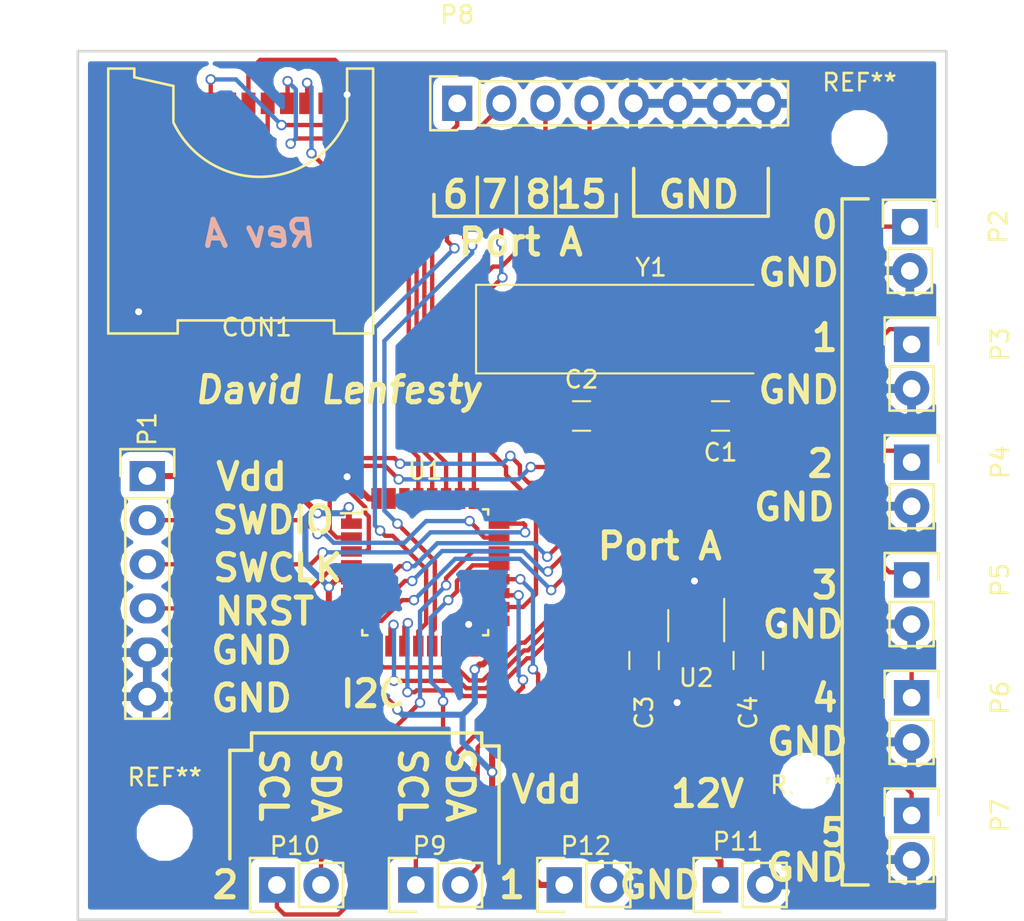
<source format=kicad_pcb>
(kicad_pcb (version 4) (host pcbnew 4.0.5-e0-6337~49~ubuntu16.04.1)

  (general
    (links 59)
    (no_connects 0)
    (area 55.442857 36.925 114.557143 90.075001)
    (thickness 1.6)
    (drawings 61)
    (tracks 427)
    (zones 0)
    (modules 23)
    (nets 36)
  )

  (page A4)
  (layers
    (0 F.Cu signal)
    (31 B.Cu signal)
    (32 B.Adhes user)
    (33 F.Adhes user)
    (34 B.Paste user)
    (35 F.Paste user)
    (36 B.SilkS user)
    (37 F.SilkS user)
    (38 B.Mask user)
    (39 F.Mask user)
    (40 Dwgs.User user)
    (41 Cmts.User user)
    (42 Eco1.User user)
    (43 Eco2.User user)
    (44 Edge.Cuts user)
    (45 Margin user)
    (46 B.CrtYd user)
    (47 F.CrtYd user)
    (48 B.Fab user)
    (49 F.Fab user)
  )

  (setup
    (last_trace_width 0.25)
    (trace_clearance 0.2)
    (zone_clearance 0.508)
    (zone_45_only no)
    (trace_min 0.2)
    (segment_width 0.2)
    (edge_width 0.15)
    (via_size 0.6)
    (via_drill 0.4)
    (via_min_size 0.4)
    (via_min_drill 0.3)
    (uvia_size 0.3)
    (uvia_drill 0.1)
    (uvias_allowed no)
    (uvia_min_size 0.2)
    (uvia_min_drill 0.1)
    (pcb_text_width 0.3)
    (pcb_text_size 1.5 1.5)
    (mod_edge_width 0.15)
    (mod_text_size 1 1)
    (mod_text_width 0.15)
    (pad_size 1.524 1.524)
    (pad_drill 0.762)
    (pad_to_mask_clearance 0.2)
    (aux_axis_origin 0 0)
    (visible_elements FFFFFF7F)
    (pcbplotparams
      (layerselection 0x00030_80000001)
      (usegerberextensions false)
      (excludeedgelayer true)
      (linewidth 0.100000)
      (plotframeref false)
      (viasonmask false)
      (mode 1)
      (useauxorigin false)
      (hpglpennumber 1)
      (hpglpenspeed 20)
      (hpglpendiameter 15)
      (hpglpenoverlay 2)
      (psnegative false)
      (psa4output false)
      (plotreference true)
      (plotvalue true)
      (plotinvisibletext false)
      (padsonsilk false)
      (subtractmaskfromsilk false)
      (outputformat 1)
      (mirror false)
      (drillshape 1)
      (scaleselection 1)
      (outputdirectory ""))
  )

  (net 0 "")
  (net 1 "Net-(C1-Pad1)")
  (net 2 "Net-(C1-Pad2)")
  (net 3 "Net-(C2-Pad1)")
  (net 4 "Net-(C2-Pad2)")
  (net 5 GND)
  (net 6 "Net-(CON1-Pad1)")
  (net 7 /SPI_CS)
  (net 8 /SPI1_MOSI)
  (net 9 +Vdd)
  (net 10 /SPI1_CLK)
  (net 11 /SPI1_MISO)
  (net 12 "Net-(CON1-Pad8)")
  (net 13 /SWDIO)
  (net 14 /SWCLK)
  (net 15 "Net-(P1-Pad4)")
  (net 16 "Net-(P2-Pad1)")
  (net 17 "Net-(P3-Pad1)")
  (net 18 "Net-(P4-Pad1)")
  (net 19 "Net-(P5-Pad1)")
  (net 20 "Net-(P6-Pad1)")
  (net 21 "Net-(P7-Pad1)")
  (net 22 "Net-(P8-Pad1)")
  (net 23 "Net-(P8-Pad2)")
  (net 24 "Net-(P8-Pad3)")
  (net 25 "Net-(P8-Pad4)")
  (net 26 /I2C1_SCL)
  (net 27 /I2C1_SDA)
  (net 28 /I2C2_SCL)
  (net 29 /I2C2_SDA)
  (net 30 /+12V)
  (net 31 "Net-(U1-Pad14)")
  (net 32 "Net-(U1-Pad15)")
  (net 33 "Net-(U1-Pad30)")
  (net 34 "Net-(U1-Pad31)")
  (net 35 "Net-(U2-Pad4)")

  (net_class Default "This is the default net class."
    (clearance 0.2)
    (trace_width 0.25)
    (via_dia 0.6)
    (via_drill 0.4)
    (uvia_dia 0.3)
    (uvia_drill 0.1)
    (add_net +Vdd)
    (add_net /+12V)
    (add_net /I2C1_SCL)
    (add_net /I2C1_SDA)
    (add_net /I2C2_SCL)
    (add_net /I2C2_SDA)
    (add_net /SPI1_CLK)
    (add_net /SPI1_MISO)
    (add_net /SPI1_MOSI)
    (add_net /SPI_CS)
    (add_net /SWCLK)
    (add_net /SWDIO)
    (add_net GND)
    (add_net "Net-(C1-Pad1)")
    (add_net "Net-(C1-Pad2)")
    (add_net "Net-(C2-Pad1)")
    (add_net "Net-(C2-Pad2)")
    (add_net "Net-(CON1-Pad1)")
    (add_net "Net-(CON1-Pad8)")
    (add_net "Net-(P1-Pad4)")
    (add_net "Net-(P2-Pad1)")
    (add_net "Net-(P3-Pad1)")
    (add_net "Net-(P4-Pad1)")
    (add_net "Net-(P5-Pad1)")
    (add_net "Net-(P6-Pad1)")
    (add_net "Net-(P7-Pad1)")
    (add_net "Net-(P8-Pad1)")
    (add_net "Net-(P8-Pad2)")
    (add_net "Net-(P8-Pad3)")
    (add_net "Net-(P8-Pad4)")
    (add_net "Net-(U1-Pad14)")
    (add_net "Net-(U1-Pad15)")
    (add_net "Net-(U1-Pad30)")
    (add_net "Net-(U1-Pad31)")
    (add_net "Net-(U2-Pad4)")
  )

  (module Socket_Strips:Socket_Strip_Straight_1x08 (layer F.Cu) (tedit 0) (tstamp 58A080F7)
    (at 81.84 43)
    (descr "Through hole socket strip")
    (tags "socket strip")
    (path /589FF52C)
    (fp_text reference P8 (at 0 -5.1) (layer F.SilkS)
      (effects (font (size 1 1) (thickness 0.15)))
    )
    (fp_text value CONN_01X08 (at 0 -3.1) (layer F.Fab)
      (effects (font (size 1 1) (thickness 0.15)))
    )
    (fp_line (start -1.75 -1.75) (end -1.75 1.75) (layer F.CrtYd) (width 0.05))
    (fp_line (start 19.55 -1.75) (end 19.55 1.75) (layer F.CrtYd) (width 0.05))
    (fp_line (start -1.75 -1.75) (end 19.55 -1.75) (layer F.CrtYd) (width 0.05))
    (fp_line (start -1.75 1.75) (end 19.55 1.75) (layer F.CrtYd) (width 0.05))
    (fp_line (start 1.27 1.27) (end 19.05 1.27) (layer F.SilkS) (width 0.15))
    (fp_line (start 19.05 1.27) (end 19.05 -1.27) (layer F.SilkS) (width 0.15))
    (fp_line (start 19.05 -1.27) (end 1.27 -1.27) (layer F.SilkS) (width 0.15))
    (fp_line (start -1.55 1.55) (end 0 1.55) (layer F.SilkS) (width 0.15))
    (fp_line (start 1.27 1.27) (end 1.27 -1.27) (layer F.SilkS) (width 0.15))
    (fp_line (start 0 -1.55) (end -1.55 -1.55) (layer F.SilkS) (width 0.15))
    (fp_line (start -1.55 -1.55) (end -1.55 1.55) (layer F.SilkS) (width 0.15))
    (pad 1 thru_hole rect (at 0 0) (size 1.7272 2.032) (drill 1.016) (layers *.Cu *.Mask)
      (net 22 "Net-(P8-Pad1)"))
    (pad 2 thru_hole oval (at 2.54 0) (size 1.7272 2.032) (drill 1.016) (layers *.Cu *.Mask)
      (net 23 "Net-(P8-Pad2)"))
    (pad 3 thru_hole oval (at 5.08 0) (size 1.7272 2.032) (drill 1.016) (layers *.Cu *.Mask)
      (net 24 "Net-(P8-Pad3)"))
    (pad 4 thru_hole oval (at 7.62 0) (size 1.7272 2.032) (drill 1.016) (layers *.Cu *.Mask)
      (net 25 "Net-(P8-Pad4)"))
    (pad 5 thru_hole oval (at 10.16 0) (size 1.7272 2.032) (drill 1.016) (layers *.Cu *.Mask)
      (net 5 GND))
    (pad 6 thru_hole oval (at 12.7 0) (size 1.7272 2.032) (drill 1.016) (layers *.Cu *.Mask)
      (net 5 GND))
    (pad 7 thru_hole oval (at 15.24 0) (size 1.7272 2.032) (drill 1.016) (layers *.Cu *.Mask)
      (net 5 GND))
    (pad 8 thru_hole oval (at 17.78 0) (size 1.7272 2.032) (drill 1.016) (layers *.Cu *.Mask)
      (net 5 GND))
    (model Socket_Strips.3dshapes/Socket_Strip_Straight_1x08.wrl
      (at (xyz 0.35 0 0))
      (scale (xyz 1 1 1))
      (rotate (xyz 0 0 180))
    )
  )

  (module Capacitors_SMD:C_0805_HandSoldering (layer F.Cu) (tedit 541A9B8D) (tstamp 58A0808A)
    (at 97 61 180)
    (descr "Capacitor SMD 0805, hand soldering")
    (tags "capacitor 0805")
    (path /589FDCD1)
    (attr smd)
    (fp_text reference C1 (at 0 -2.1 180) (layer F.SilkS)
      (effects (font (size 1 1) (thickness 0.15)))
    )
    (fp_text value C_Small (at 0 2.1 180) (layer F.Fab)
      (effects (font (size 1 1) (thickness 0.15)))
    )
    (fp_line (start -1 0.625) (end -1 -0.625) (layer F.Fab) (width 0.1))
    (fp_line (start 1 0.625) (end -1 0.625) (layer F.Fab) (width 0.1))
    (fp_line (start 1 -0.625) (end 1 0.625) (layer F.Fab) (width 0.1))
    (fp_line (start -1 -0.625) (end 1 -0.625) (layer F.Fab) (width 0.1))
    (fp_line (start -2.3 -1) (end 2.3 -1) (layer F.CrtYd) (width 0.05))
    (fp_line (start -2.3 1) (end 2.3 1) (layer F.CrtYd) (width 0.05))
    (fp_line (start -2.3 -1) (end -2.3 1) (layer F.CrtYd) (width 0.05))
    (fp_line (start 2.3 -1) (end 2.3 1) (layer F.CrtYd) (width 0.05))
    (fp_line (start 0.5 -0.85) (end -0.5 -0.85) (layer F.SilkS) (width 0.12))
    (fp_line (start -0.5 0.85) (end 0.5 0.85) (layer F.SilkS) (width 0.12))
    (pad 1 smd rect (at -1.25 0 180) (size 1.5 1.25) (layers F.Cu F.Paste F.Mask)
      (net 1 "Net-(C1-Pad1)"))
    (pad 2 smd rect (at 1.25 0 180) (size 1.5 1.25) (layers F.Cu F.Paste F.Mask)
      (net 2 "Net-(C1-Pad2)"))
    (model Capacitors_SMD.3dshapes/C_0805_HandSoldering.wrl
      (at (xyz 0 0 0))
      (scale (xyz 1 1 1))
      (rotate (xyz 0 0 0))
    )
  )

  (module Capacitors_SMD:C_0805_HandSoldering (layer F.Cu) (tedit 541A9B8D) (tstamp 58A08090)
    (at 89 61)
    (descr "Capacitor SMD 0805, hand soldering")
    (tags "capacitor 0805")
    (path /589FDD2E)
    (attr smd)
    (fp_text reference C2 (at 0 -2.1) (layer F.SilkS)
      (effects (font (size 1 1) (thickness 0.15)))
    )
    (fp_text value C_Small (at 0 2.1) (layer F.Fab)
      (effects (font (size 1 1) (thickness 0.15)))
    )
    (fp_line (start -1 0.625) (end -1 -0.625) (layer F.Fab) (width 0.1))
    (fp_line (start 1 0.625) (end -1 0.625) (layer F.Fab) (width 0.1))
    (fp_line (start 1 -0.625) (end 1 0.625) (layer F.Fab) (width 0.1))
    (fp_line (start -1 -0.625) (end 1 -0.625) (layer F.Fab) (width 0.1))
    (fp_line (start -2.3 -1) (end 2.3 -1) (layer F.CrtYd) (width 0.05))
    (fp_line (start -2.3 1) (end 2.3 1) (layer F.CrtYd) (width 0.05))
    (fp_line (start -2.3 -1) (end -2.3 1) (layer F.CrtYd) (width 0.05))
    (fp_line (start 2.3 -1) (end 2.3 1) (layer F.CrtYd) (width 0.05))
    (fp_line (start 0.5 -0.85) (end -0.5 -0.85) (layer F.SilkS) (width 0.12))
    (fp_line (start -0.5 0.85) (end 0.5 0.85) (layer F.SilkS) (width 0.12))
    (pad 1 smd rect (at -1.25 0) (size 1.5 1.25) (layers F.Cu F.Paste F.Mask)
      (net 3 "Net-(C2-Pad1)"))
    (pad 2 smd rect (at 1.25 0) (size 1.5 1.25) (layers F.Cu F.Paste F.Mask)
      (net 4 "Net-(C2-Pad2)"))
    (model Capacitors_SMD.3dshapes/C_0805_HandSoldering.wrl
      (at (xyz 0 0 0))
      (scale (xyz 1 1 1))
      (rotate (xyz 0 0 0))
    )
  )

  (module Capacitors_SMD:C_0805_HandSoldering (layer F.Cu) (tedit 541A9B8D) (tstamp 58A08096)
    (at 92.6 75.075 270)
    (descr "Capacitor SMD 0805, hand soldering")
    (tags "capacitor 0805")
    (path /58A01A5B)
    (attr smd)
    (fp_text reference C3 (at 3 0 270) (layer F.SilkS)
      (effects (font (size 1 1) (thickness 0.15)))
    )
    (fp_text value 1uF (at 0 2.1 270) (layer F.Fab)
      (effects (font (size 1 1) (thickness 0.15)))
    )
    (fp_line (start -1 0.625) (end -1 -0.625) (layer F.Fab) (width 0.1))
    (fp_line (start 1 0.625) (end -1 0.625) (layer F.Fab) (width 0.1))
    (fp_line (start 1 -0.625) (end 1 0.625) (layer F.Fab) (width 0.1))
    (fp_line (start -1 -0.625) (end 1 -0.625) (layer F.Fab) (width 0.1))
    (fp_line (start -2.3 -1) (end 2.3 -1) (layer F.CrtYd) (width 0.05))
    (fp_line (start -2.3 1) (end 2.3 1) (layer F.CrtYd) (width 0.05))
    (fp_line (start -2.3 -1) (end -2.3 1) (layer F.CrtYd) (width 0.05))
    (fp_line (start 2.3 -1) (end 2.3 1) (layer F.CrtYd) (width 0.05))
    (fp_line (start 0.5 -0.85) (end -0.5 -0.85) (layer F.SilkS) (width 0.12))
    (fp_line (start -0.5 0.85) (end 0.5 0.85) (layer F.SilkS) (width 0.12))
    (pad 1 smd rect (at -1.25 0 270) (size 1.5 1.25) (layers F.Cu F.Paste F.Mask)
      (net 30 /+12V))
    (pad 2 smd rect (at 1.25 0 270) (size 1.5 1.25) (layers F.Cu F.Paste F.Mask)
      (net 5 GND))
    (model Capacitors_SMD.3dshapes/C_0805_HandSoldering.wrl
      (at (xyz 0 0 0))
      (scale (xyz 1 1 1))
      (rotate (xyz 0 0 0))
    )
  )

  (module Capacitors_SMD:C_0805_HandSoldering (layer F.Cu) (tedit 541A9B8D) (tstamp 58A0809C)
    (at 98.6 75.075 90)
    (descr "Capacitor SMD 0805, hand soldering")
    (tags "capacitor 0805")
    (path /58A019C0)
    (attr smd)
    (fp_text reference C4 (at -3 0 90) (layer F.SilkS)
      (effects (font (size 1 1) (thickness 0.15)))
    )
    (fp_text value 1uF (at 0 2.1 90) (layer F.Fab)
      (effects (font (size 1 1) (thickness 0.15)))
    )
    (fp_line (start -1 0.625) (end -1 -0.625) (layer F.Fab) (width 0.1))
    (fp_line (start 1 0.625) (end -1 0.625) (layer F.Fab) (width 0.1))
    (fp_line (start 1 -0.625) (end 1 0.625) (layer F.Fab) (width 0.1))
    (fp_line (start -1 -0.625) (end 1 -0.625) (layer F.Fab) (width 0.1))
    (fp_line (start -2.3 -1) (end 2.3 -1) (layer F.CrtYd) (width 0.05))
    (fp_line (start -2.3 1) (end 2.3 1) (layer F.CrtYd) (width 0.05))
    (fp_line (start -2.3 -1) (end -2.3 1) (layer F.CrtYd) (width 0.05))
    (fp_line (start 2.3 -1) (end 2.3 1) (layer F.CrtYd) (width 0.05))
    (fp_line (start 0.5 -0.85) (end -0.5 -0.85) (layer F.SilkS) (width 0.12))
    (fp_line (start -0.5 0.85) (end 0.5 0.85) (layer F.SilkS) (width 0.12))
    (pad 1 smd rect (at -1.25 0 90) (size 1.5 1.25) (layers F.Cu F.Paste F.Mask)
      (net 9 +Vdd))
    (pad 2 smd rect (at 1.25 0 90) (size 1.5 1.25) (layers F.Cu F.Paste F.Mask)
      (net 5 GND))
    (model Capacitors_SMD.3dshapes/C_0805_HandSoldering.wrl
      (at (xyz 0 0 0))
      (scale (xyz 1 1 1))
      (rotate (xyz 0 0 0))
    )
  )

  (module microSD:microSD-5031821852 (layer F.Cu) (tedit 589FE667) (tstamp 58A080BD)
    (at 70 50)
    (path /589FDFA5)
    (fp_text reference CON1 (at 0.3 5.9) (layer F.SilkS)
      (effects (font (size 1 1) (thickness 0.15)))
    )
    (fp_text value Micro_SD_Card (at -0.1 -9.8) (layer F.Fab)
      (effects (font (size 1 1) (thickness 0.15)))
    )
    (fp_line (start 7 6.25) (end 7 4) (layer F.SilkS) (width 0.15))
    (fp_line (start 4.75 6.25) (end 7 6.25) (layer F.SilkS) (width 0.15))
    (fp_line (start 4.75 5.5) (end 4.75 6.25) (layer F.SilkS) (width 0.15))
    (fp_line (start -4.25 5.5) (end 4.75 5.5) (layer F.SilkS) (width 0.15))
    (fp_line (start -4.25 6.25) (end -4.25 5.5) (layer F.SilkS) (width 0.15))
    (fp_line (start -8.25 6.25) (end -4.25 6.25) (layer F.SilkS) (width 0.15))
    (fp_line (start -8.25 4) (end -8.25 6.25) (layer F.SilkS) (width 0.15))
    (fp_line (start -8.25 4) (end -8.25 -9) (layer F.SilkS) (width 0.15))
    (fp_line (start 7 -9) (end 7 4) (layer F.SilkS) (width 0.15))
    (fp_line (start 5.5 -9) (end 7 -9) (layer F.SilkS) (width 0.15))
    (fp_line (start 5.5 -6) (end 5.5 -9) (layer F.SilkS) (width 0.15))
    (fp_arc (start 0.45513 -8.25) (end 5.45513 -6) (angle 130.4260787) (layer F.SilkS) (width 0.15))
    (fp_line (start -4.5 -8) (end -4.5 -6) (layer F.SilkS) (width 0.15))
    (fp_line (start -6.75 -8.5) (end -4.5 -8) (layer F.SilkS) (width 0.15))
    (fp_line (start -6.75 -9) (end -6.75 -8.5) (layer F.SilkS) (width 0.15))
    (fp_line (start -8.25 -9) (end -6.75 -9) (layer F.SilkS) (width 0.15))
    (pad 1 smd rect (at 4.249994 -7) (size 0.8 1.24) (layers F.Cu F.Paste F.Mask)
      (net 6 "Net-(CON1-Pad1)"))
    (pad 2 smd rect (at 3.142852 -7) (size 0.8 1.24) (layers F.Cu F.Paste F.Mask)
      (net 7 /SPI_CS))
    (pad 3 smd rect (at 2.03571 -7) (size 0.8 1.24) (layers F.Cu F.Paste F.Mask)
      (net 8 /SPI1_MOSI))
    (pad 4 smd rect (at 0.928568 -7) (size 0.8 1.24) (layers F.Cu F.Paste F.Mask)
      (net 9 +Vdd))
    (pad 5 smd rect (at -0.178574 -7) (size 0.8 1.24) (layers F.Cu F.Paste F.Mask)
      (net 10 /SPI1_CLK))
    (pad 6 smd rect (at -1.285716 -7) (size 0.8 1.24) (layers F.Cu F.Paste F.Mask)
      (net 5 GND))
    (pad 7 smd rect (at -2.392858 -7) (size 0.8 1.24) (layers F.Cu F.Paste F.Mask)
      (net 11 /SPI1_MISO))
    (pad 8 smd rect (at -3.5 -7) (size 0.8 1.24) (layers F.Cu F.Paste F.Mask)
      (net 12 "Net-(CON1-Pad8)"))
    (pad 9 smd rect (at 7 -7) (size 0.8 1.24) (layers F.Cu F.Paste F.Mask)
      (net 5 GND))
    (pad 9 smd rect (at 3.9 5.7) (size 1.5 1.15) (layers F.Cu F.Paste F.Mask)
      (net 5 GND))
    (pad 9 smd rect (at -3.9 5.7) (size 1.5 1.15) (layers F.Cu F.Paste F.Mask)
      (net 5 GND))
    (pad 9 smd rect (at -8.2 5) (size 1.15 2.2) (layers F.Cu F.Paste F.Mask)
      (net 5 GND))
    (pad 9 smd rect (at -8.3 -6.4) (size 0.95 2.5) (layers F.Cu F.Paste F.Mask)
      (net 5 GND))
  )

  (module Socket_Strips:Socket_Strip_Straight_1x06 (layer F.Cu) (tedit 0) (tstamp 58A080C7)
    (at 64 64.46 270)
    (descr "Through hole socket strip")
    (tags "socket strip")
    (path /589FD838)
    (fp_text reference P1 (at -2.71 0 270) (layer F.SilkS)
      (effects (font (size 1 1) (thickness 0.15)))
    )
    (fp_text value CONN_01X06 (at 0 -3.1 270) (layer F.Fab)
      (effects (font (size 1 1) (thickness 0.15)))
    )
    (fp_line (start -1.75 -1.75) (end -1.75 1.75) (layer F.CrtYd) (width 0.05))
    (fp_line (start 14.45 -1.75) (end 14.45 1.75) (layer F.CrtYd) (width 0.05))
    (fp_line (start -1.75 -1.75) (end 14.45 -1.75) (layer F.CrtYd) (width 0.05))
    (fp_line (start -1.75 1.75) (end 14.45 1.75) (layer F.CrtYd) (width 0.05))
    (fp_line (start 1.27 1.27) (end 13.97 1.27) (layer F.SilkS) (width 0.15))
    (fp_line (start 13.97 1.27) (end 13.97 -1.27) (layer F.SilkS) (width 0.15))
    (fp_line (start 13.97 -1.27) (end 1.27 -1.27) (layer F.SilkS) (width 0.15))
    (fp_line (start -1.55 1.55) (end 0 1.55) (layer F.SilkS) (width 0.15))
    (fp_line (start 1.27 1.27) (end 1.27 -1.27) (layer F.SilkS) (width 0.15))
    (fp_line (start 0 -1.55) (end -1.55 -1.55) (layer F.SilkS) (width 0.15))
    (fp_line (start -1.55 -1.55) (end -1.55 1.55) (layer F.SilkS) (width 0.15))
    (pad 1 thru_hole rect (at 0 0 270) (size 1.7272 2.032) (drill 1.016) (layers *.Cu *.Mask)
      (net 9 +Vdd))
    (pad 2 thru_hole oval (at 2.54 0 270) (size 1.7272 2.032) (drill 1.016) (layers *.Cu *.Mask)
      (net 13 /SWDIO))
    (pad 3 thru_hole oval (at 5.08 0 270) (size 1.7272 2.032) (drill 1.016) (layers *.Cu *.Mask)
      (net 14 /SWCLK))
    (pad 4 thru_hole oval (at 7.62 0 270) (size 1.7272 2.032) (drill 1.016) (layers *.Cu *.Mask)
      (net 15 "Net-(P1-Pad4)"))
    (pad 5 thru_hole oval (at 10.16 0 270) (size 1.7272 2.032) (drill 1.016) (layers *.Cu *.Mask)
      (net 5 GND))
    (pad 6 thru_hole oval (at 12.7 0 270) (size 1.7272 2.032) (drill 1.016) (layers *.Cu *.Mask)
      (net 5 GND))
    (model Socket_Strips.3dshapes/Socket_Strip_Straight_1x06.wrl
      (at (xyz 0.25 0 0))
      (scale (xyz 1 1 1))
      (rotate (xyz 0 0 180))
    )
  )

  (module Socket_Strips:Socket_Strip_Straight_1x02 (layer F.Cu) (tedit 54E9F75E) (tstamp 58A080CD)
    (at 107.9 50.1 270)
    (descr "Through hole socket strip")
    (tags "socket strip")
    (path /589FEC3B)
    (fp_text reference P2 (at 0 -5.1 270) (layer F.SilkS)
      (effects (font (size 1 1) (thickness 0.15)))
    )
    (fp_text value CONN_01X02 (at 0 -3.1 270) (layer F.Fab)
      (effects (font (size 1 1) (thickness 0.15)))
    )
    (fp_line (start -1.55 1.55) (end 0 1.55) (layer F.SilkS) (width 0.15))
    (fp_line (start 3.81 1.27) (end 1.27 1.27) (layer F.SilkS) (width 0.15))
    (fp_line (start -1.75 -1.75) (end -1.75 1.75) (layer F.CrtYd) (width 0.05))
    (fp_line (start 4.3 -1.75) (end 4.3 1.75) (layer F.CrtYd) (width 0.05))
    (fp_line (start -1.75 -1.75) (end 4.3 -1.75) (layer F.CrtYd) (width 0.05))
    (fp_line (start -1.75 1.75) (end 4.3 1.75) (layer F.CrtYd) (width 0.05))
    (fp_line (start 1.27 1.27) (end 1.27 -1.27) (layer F.SilkS) (width 0.15))
    (fp_line (start 0 -1.55) (end -1.55 -1.55) (layer F.SilkS) (width 0.15))
    (fp_line (start -1.55 -1.55) (end -1.55 1.55) (layer F.SilkS) (width 0.15))
    (fp_line (start 1.27 -1.27) (end 3.81 -1.27) (layer F.SilkS) (width 0.15))
    (fp_line (start 3.81 -1.27) (end 3.81 1.27) (layer F.SilkS) (width 0.15))
    (pad 1 thru_hole rect (at 0 0 270) (size 2.032 2.032) (drill 1.016) (layers *.Cu *.Mask)
      (net 16 "Net-(P2-Pad1)"))
    (pad 2 thru_hole oval (at 2.54 0 270) (size 2.032 2.032) (drill 1.016) (layers *.Cu *.Mask)
      (net 5 GND))
    (model Socket_Strips.3dshapes/Socket_Strip_Straight_1x02.wrl
      (at (xyz 0.05 0 0))
      (scale (xyz 1 1 1))
      (rotate (xyz 0 0 180))
    )
  )

  (module Socket_Strips:Socket_Strip_Straight_1x02 (layer F.Cu) (tedit 54E9F75E) (tstamp 58A080D3)
    (at 108 56.88 270)
    (descr "Through hole socket strip")
    (tags "socket strip")
    (path /589FEC8C)
    (fp_text reference P3 (at 0 -5.1 270) (layer F.SilkS)
      (effects (font (size 1 1) (thickness 0.15)))
    )
    (fp_text value CONN_01X02 (at 0 -3.1 270) (layer F.Fab)
      (effects (font (size 1 1) (thickness 0.15)))
    )
    (fp_line (start -1.55 1.55) (end 0 1.55) (layer F.SilkS) (width 0.15))
    (fp_line (start 3.81 1.27) (end 1.27 1.27) (layer F.SilkS) (width 0.15))
    (fp_line (start -1.75 -1.75) (end -1.75 1.75) (layer F.CrtYd) (width 0.05))
    (fp_line (start 4.3 -1.75) (end 4.3 1.75) (layer F.CrtYd) (width 0.05))
    (fp_line (start -1.75 -1.75) (end 4.3 -1.75) (layer F.CrtYd) (width 0.05))
    (fp_line (start -1.75 1.75) (end 4.3 1.75) (layer F.CrtYd) (width 0.05))
    (fp_line (start 1.27 1.27) (end 1.27 -1.27) (layer F.SilkS) (width 0.15))
    (fp_line (start 0 -1.55) (end -1.55 -1.55) (layer F.SilkS) (width 0.15))
    (fp_line (start -1.55 -1.55) (end -1.55 1.55) (layer F.SilkS) (width 0.15))
    (fp_line (start 1.27 -1.27) (end 3.81 -1.27) (layer F.SilkS) (width 0.15))
    (fp_line (start 3.81 -1.27) (end 3.81 1.27) (layer F.SilkS) (width 0.15))
    (pad 1 thru_hole rect (at 0 0 270) (size 2.032 2.032) (drill 1.016) (layers *.Cu *.Mask)
      (net 17 "Net-(P3-Pad1)"))
    (pad 2 thru_hole oval (at 2.54 0 270) (size 2.032 2.032) (drill 1.016) (layers *.Cu *.Mask)
      (net 5 GND))
    (model Socket_Strips.3dshapes/Socket_Strip_Straight_1x02.wrl
      (at (xyz 0.05 0 0))
      (scale (xyz 1 1 1))
      (rotate (xyz 0 0 180))
    )
  )

  (module Socket_Strips:Socket_Strip_Straight_1x02 (layer F.Cu) (tedit 54E9F75E) (tstamp 58A080D9)
    (at 108 63.66 270)
    (descr "Through hole socket strip")
    (tags "socket strip")
    (path /589FF13E)
    (fp_text reference P4 (at 0 -5.1 270) (layer F.SilkS)
      (effects (font (size 1 1) (thickness 0.15)))
    )
    (fp_text value CONN_01X02 (at 0 -3.1 270) (layer F.Fab)
      (effects (font (size 1 1) (thickness 0.15)))
    )
    (fp_line (start -1.55 1.55) (end 0 1.55) (layer F.SilkS) (width 0.15))
    (fp_line (start 3.81 1.27) (end 1.27 1.27) (layer F.SilkS) (width 0.15))
    (fp_line (start -1.75 -1.75) (end -1.75 1.75) (layer F.CrtYd) (width 0.05))
    (fp_line (start 4.3 -1.75) (end 4.3 1.75) (layer F.CrtYd) (width 0.05))
    (fp_line (start -1.75 -1.75) (end 4.3 -1.75) (layer F.CrtYd) (width 0.05))
    (fp_line (start -1.75 1.75) (end 4.3 1.75) (layer F.CrtYd) (width 0.05))
    (fp_line (start 1.27 1.27) (end 1.27 -1.27) (layer F.SilkS) (width 0.15))
    (fp_line (start 0 -1.55) (end -1.55 -1.55) (layer F.SilkS) (width 0.15))
    (fp_line (start -1.55 -1.55) (end -1.55 1.55) (layer F.SilkS) (width 0.15))
    (fp_line (start 1.27 -1.27) (end 3.81 -1.27) (layer F.SilkS) (width 0.15))
    (fp_line (start 3.81 -1.27) (end 3.81 1.27) (layer F.SilkS) (width 0.15))
    (pad 1 thru_hole rect (at 0 0 270) (size 2.032 2.032) (drill 1.016) (layers *.Cu *.Mask)
      (net 18 "Net-(P4-Pad1)"))
    (pad 2 thru_hole oval (at 2.54 0 270) (size 2.032 2.032) (drill 1.016) (layers *.Cu *.Mask)
      (net 5 GND))
    (model Socket_Strips.3dshapes/Socket_Strip_Straight_1x02.wrl
      (at (xyz 0.05 0 0))
      (scale (xyz 1 1 1))
      (rotate (xyz 0 0 180))
    )
  )

  (module Socket_Strips:Socket_Strip_Straight_1x02 (layer F.Cu) (tedit 54E9F75E) (tstamp 58A080DF)
    (at 108 70.44 270)
    (descr "Through hole socket strip")
    (tags "socket strip")
    (path /589FF18C)
    (fp_text reference P5 (at 0 -5.1 270) (layer F.SilkS)
      (effects (font (size 1 1) (thickness 0.15)))
    )
    (fp_text value CONN_01X02 (at 0 -3.1 270) (layer F.Fab)
      (effects (font (size 1 1) (thickness 0.15)))
    )
    (fp_line (start -1.55 1.55) (end 0 1.55) (layer F.SilkS) (width 0.15))
    (fp_line (start 3.81 1.27) (end 1.27 1.27) (layer F.SilkS) (width 0.15))
    (fp_line (start -1.75 -1.75) (end -1.75 1.75) (layer F.CrtYd) (width 0.05))
    (fp_line (start 4.3 -1.75) (end 4.3 1.75) (layer F.CrtYd) (width 0.05))
    (fp_line (start -1.75 -1.75) (end 4.3 -1.75) (layer F.CrtYd) (width 0.05))
    (fp_line (start -1.75 1.75) (end 4.3 1.75) (layer F.CrtYd) (width 0.05))
    (fp_line (start 1.27 1.27) (end 1.27 -1.27) (layer F.SilkS) (width 0.15))
    (fp_line (start 0 -1.55) (end -1.55 -1.55) (layer F.SilkS) (width 0.15))
    (fp_line (start -1.55 -1.55) (end -1.55 1.55) (layer F.SilkS) (width 0.15))
    (fp_line (start 1.27 -1.27) (end 3.81 -1.27) (layer F.SilkS) (width 0.15))
    (fp_line (start 3.81 -1.27) (end 3.81 1.27) (layer F.SilkS) (width 0.15))
    (pad 1 thru_hole rect (at 0 0 270) (size 2.032 2.032) (drill 1.016) (layers *.Cu *.Mask)
      (net 19 "Net-(P5-Pad1)"))
    (pad 2 thru_hole oval (at 2.54 0 270) (size 2.032 2.032) (drill 1.016) (layers *.Cu *.Mask)
      (net 5 GND))
    (model Socket_Strips.3dshapes/Socket_Strip_Straight_1x02.wrl
      (at (xyz 0.05 0 0))
      (scale (xyz 1 1 1))
      (rotate (xyz 0 0 180))
    )
  )

  (module Socket_Strips:Socket_Strip_Straight_1x02 (layer F.Cu) (tedit 54E9F75E) (tstamp 58A080E5)
    (at 108 77.22 270)
    (descr "Through hole socket strip")
    (tags "socket strip")
    (path /589FECCF)
    (fp_text reference P6 (at 0 -5.1 270) (layer F.SilkS)
      (effects (font (size 1 1) (thickness 0.15)))
    )
    (fp_text value CONN_01X02 (at 0 -3.1 270) (layer F.Fab)
      (effects (font (size 1 1) (thickness 0.15)))
    )
    (fp_line (start -1.55 1.55) (end 0 1.55) (layer F.SilkS) (width 0.15))
    (fp_line (start 3.81 1.27) (end 1.27 1.27) (layer F.SilkS) (width 0.15))
    (fp_line (start -1.75 -1.75) (end -1.75 1.75) (layer F.CrtYd) (width 0.05))
    (fp_line (start 4.3 -1.75) (end 4.3 1.75) (layer F.CrtYd) (width 0.05))
    (fp_line (start -1.75 -1.75) (end 4.3 -1.75) (layer F.CrtYd) (width 0.05))
    (fp_line (start -1.75 1.75) (end 4.3 1.75) (layer F.CrtYd) (width 0.05))
    (fp_line (start 1.27 1.27) (end 1.27 -1.27) (layer F.SilkS) (width 0.15))
    (fp_line (start 0 -1.55) (end -1.55 -1.55) (layer F.SilkS) (width 0.15))
    (fp_line (start -1.55 -1.55) (end -1.55 1.55) (layer F.SilkS) (width 0.15))
    (fp_line (start 1.27 -1.27) (end 3.81 -1.27) (layer F.SilkS) (width 0.15))
    (fp_line (start 3.81 -1.27) (end 3.81 1.27) (layer F.SilkS) (width 0.15))
    (pad 1 thru_hole rect (at 0 0 270) (size 2.032 2.032) (drill 1.016) (layers *.Cu *.Mask)
      (net 20 "Net-(P6-Pad1)"))
    (pad 2 thru_hole oval (at 2.54 0 270) (size 2.032 2.032) (drill 1.016) (layers *.Cu *.Mask)
      (net 5 GND))
    (model Socket_Strips.3dshapes/Socket_Strip_Straight_1x02.wrl
      (at (xyz 0.05 0 0))
      (scale (xyz 1 1 1))
      (rotate (xyz 0 0 180))
    )
  )

  (module Socket_Strips:Socket_Strip_Straight_1x02 (layer F.Cu) (tedit 54E9F75E) (tstamp 58A080FD)
    (at 79.46 88)
    (descr "Through hole socket strip")
    (tags "socket strip")
    (path /589FF465)
    (fp_text reference P9 (at 0.79 -2.25) (layer F.SilkS)
      (effects (font (size 1 1) (thickness 0.15)))
    )
    (fp_text value CONN_01X02 (at 0 -3.1) (layer F.Fab)
      (effects (font (size 1 1) (thickness 0.15)))
    )
    (fp_line (start -1.55 1.55) (end 0 1.55) (layer F.SilkS) (width 0.15))
    (fp_line (start 3.81 1.27) (end 1.27 1.27) (layer F.SilkS) (width 0.15))
    (fp_line (start -1.75 -1.75) (end -1.75 1.75) (layer F.CrtYd) (width 0.05))
    (fp_line (start 4.3 -1.75) (end 4.3 1.75) (layer F.CrtYd) (width 0.05))
    (fp_line (start -1.75 -1.75) (end 4.3 -1.75) (layer F.CrtYd) (width 0.05))
    (fp_line (start -1.75 1.75) (end 4.3 1.75) (layer F.CrtYd) (width 0.05))
    (fp_line (start 1.27 1.27) (end 1.27 -1.27) (layer F.SilkS) (width 0.15))
    (fp_line (start 0 -1.55) (end -1.55 -1.55) (layer F.SilkS) (width 0.15))
    (fp_line (start -1.55 -1.55) (end -1.55 1.55) (layer F.SilkS) (width 0.15))
    (fp_line (start 1.27 -1.27) (end 3.81 -1.27) (layer F.SilkS) (width 0.15))
    (fp_line (start 3.81 -1.27) (end 3.81 1.27) (layer F.SilkS) (width 0.15))
    (pad 1 thru_hole rect (at 0 0) (size 2.032 2.032) (drill 1.016) (layers *.Cu *.Mask)
      (net 26 /I2C1_SCL))
    (pad 2 thru_hole oval (at 2.54 0) (size 2.032 2.032) (drill 1.016) (layers *.Cu *.Mask)
      (net 27 /I2C1_SDA))
    (model Socket_Strips.3dshapes/Socket_Strip_Straight_1x02.wrl
      (at (xyz 0.05 0 0))
      (scale (xyz 1 1 1))
      (rotate (xyz 0 0 180))
    )
  )

  (module Socket_Strips:Socket_Strip_Straight_1x02 (layer F.Cu) (tedit 54E9F75E) (tstamp 58A08103)
    (at 71.46 88)
    (descr "Through hole socket strip")
    (tags "socket strip")
    (path /589FF4A8)
    (fp_text reference P10 (at 1.04 -2.25) (layer F.SilkS)
      (effects (font (size 1 1) (thickness 0.15)))
    )
    (fp_text value CONN_01X02 (at 0 -3) (layer F.Fab)
      (effects (font (size 1 1) (thickness 0.15)))
    )
    (fp_line (start -1.55 1.55) (end 0 1.55) (layer F.SilkS) (width 0.15))
    (fp_line (start 3.81 1.27) (end 1.27 1.27) (layer F.SilkS) (width 0.15))
    (fp_line (start -1.75 -1.75) (end -1.75 1.75) (layer F.CrtYd) (width 0.05))
    (fp_line (start 4.3 -1.75) (end 4.3 1.75) (layer F.CrtYd) (width 0.05))
    (fp_line (start -1.75 -1.75) (end 4.3 -1.75) (layer F.CrtYd) (width 0.05))
    (fp_line (start -1.75 1.75) (end 4.3 1.75) (layer F.CrtYd) (width 0.05))
    (fp_line (start 1.27 1.27) (end 1.27 -1.27) (layer F.SilkS) (width 0.15))
    (fp_line (start 0 -1.55) (end -1.55 -1.55) (layer F.SilkS) (width 0.15))
    (fp_line (start -1.55 -1.55) (end -1.55 1.55) (layer F.SilkS) (width 0.15))
    (fp_line (start 1.27 -1.27) (end 3.81 -1.27) (layer F.SilkS) (width 0.15))
    (fp_line (start 3.81 -1.27) (end 3.81 1.27) (layer F.SilkS) (width 0.15))
    (pad 1 thru_hole rect (at 0 0) (size 2.032 2.032) (drill 1.016) (layers *.Cu *.Mask)
      (net 28 /I2C2_SCL))
    (pad 2 thru_hole oval (at 2.54 0) (size 2.032 2.032) (drill 1.016) (layers *.Cu *.Mask)
      (net 29 /I2C2_SDA))
    (model Socket_Strips.3dshapes/Socket_Strip_Straight_1x02.wrl
      (at (xyz 0.05 0 0))
      (scale (xyz 1 1 1))
      (rotate (xyz 0 0 180))
    )
  )

  (module Socket_Strips:Socket_Strip_Straight_1x02 (layer F.Cu) (tedit 54E9F75E) (tstamp 58A08109)
    (at 97 88)
    (descr "Through hole socket strip")
    (tags "socket strip")
    (path /58A00A91)
    (fp_text reference P11 (at 1 -2.5) (layer F.SilkS)
      (effects (font (size 1 1) (thickness 0.15)))
    )
    (fp_text value CONN_01X02 (at 0 -3.1) (layer F.Fab)
      (effects (font (size 1 1) (thickness 0.15)))
    )
    (fp_line (start -1.55 1.55) (end 0 1.55) (layer F.SilkS) (width 0.15))
    (fp_line (start 3.81 1.27) (end 1.27 1.27) (layer F.SilkS) (width 0.15))
    (fp_line (start -1.75 -1.75) (end -1.75 1.75) (layer F.CrtYd) (width 0.05))
    (fp_line (start 4.3 -1.75) (end 4.3 1.75) (layer F.CrtYd) (width 0.05))
    (fp_line (start -1.75 -1.75) (end 4.3 -1.75) (layer F.CrtYd) (width 0.05))
    (fp_line (start -1.75 1.75) (end 4.3 1.75) (layer F.CrtYd) (width 0.05))
    (fp_line (start 1.27 1.27) (end 1.27 -1.27) (layer F.SilkS) (width 0.15))
    (fp_line (start 0 -1.55) (end -1.55 -1.55) (layer F.SilkS) (width 0.15))
    (fp_line (start -1.55 -1.55) (end -1.55 1.55) (layer F.SilkS) (width 0.15))
    (fp_line (start 1.27 -1.27) (end 3.81 -1.27) (layer F.SilkS) (width 0.15))
    (fp_line (start 3.81 -1.27) (end 3.81 1.27) (layer F.SilkS) (width 0.15))
    (pad 1 thru_hole rect (at 0 0) (size 2.032 2.032) (drill 1.016) (layers *.Cu *.Mask)
      (net 30 /+12V))
    (pad 2 thru_hole oval (at 2.54 0) (size 2.032 2.032) (drill 1.016) (layers *.Cu *.Mask)
      (net 5 GND))
    (model Socket_Strips.3dshapes/Socket_Strip_Straight_1x02.wrl
      (at (xyz 0.05 0 0))
      (scale (xyz 1 1 1))
      (rotate (xyz 0 0 180))
    )
  )

  (module Socket_Strips:Socket_Strip_Straight_1x02 (layer F.Cu) (tedit 54E9F75E) (tstamp 58A0810F)
    (at 88 88)
    (descr "Through hole socket strip")
    (tags "socket strip")
    (path /58A00AF5)
    (fp_text reference P12 (at 1.25 -2.25) (layer F.SilkS)
      (effects (font (size 1 1) (thickness 0.15)))
    )
    (fp_text value CONN_01X02 (at 0 -3.1) (layer F.Fab)
      (effects (font (size 1 1) (thickness 0.15)))
    )
    (fp_line (start -1.55 1.55) (end 0 1.55) (layer F.SilkS) (width 0.15))
    (fp_line (start 3.81 1.27) (end 1.27 1.27) (layer F.SilkS) (width 0.15))
    (fp_line (start -1.75 -1.75) (end -1.75 1.75) (layer F.CrtYd) (width 0.05))
    (fp_line (start 4.3 -1.75) (end 4.3 1.75) (layer F.CrtYd) (width 0.05))
    (fp_line (start -1.75 -1.75) (end 4.3 -1.75) (layer F.CrtYd) (width 0.05))
    (fp_line (start -1.75 1.75) (end 4.3 1.75) (layer F.CrtYd) (width 0.05))
    (fp_line (start 1.27 1.27) (end 1.27 -1.27) (layer F.SilkS) (width 0.15))
    (fp_line (start 0 -1.55) (end -1.55 -1.55) (layer F.SilkS) (width 0.15))
    (fp_line (start -1.55 -1.55) (end -1.55 1.55) (layer F.SilkS) (width 0.15))
    (fp_line (start 1.27 -1.27) (end 3.81 -1.27) (layer F.SilkS) (width 0.15))
    (fp_line (start 3.81 -1.27) (end 3.81 1.27) (layer F.SilkS) (width 0.15))
    (pad 1 thru_hole rect (at 0 0) (size 2.032 2.032) (drill 1.016) (layers *.Cu *.Mask)
      (net 9 +Vdd))
    (pad 2 thru_hole oval (at 2.54 0) (size 2.032 2.032) (drill 1.016) (layers *.Cu *.Mask)
      (net 5 GND))
    (model Socket_Strips.3dshapes/Socket_Strip_Straight_1x02.wrl
      (at (xyz 0.05 0 0))
      (scale (xyz 1 1 1))
      (rotate (xyz 0 0 180))
    )
  )

  (module Housings_QFP:LQFP-32_7x7mm_Pitch0.8mm (layer F.Cu) (tedit 54130A77) (tstamp 58A08133)
    (at 80 70)
    (descr "LQFP32: plastic low profile quad flat package; 32 leads; body 7 x 7 x 1.4 mm (see NXP sot358-1_po.pdf and sot358-1_fr.pdf)")
    (tags "QFP 0.8")
    (path /589FD65B)
    (attr smd)
    (fp_text reference U1 (at 0 -5.85) (layer F.SilkS)
      (effects (font (size 1 1) (thickness 0.15)))
    )
    (fp_text value STM32F030K6T6 (at 0 5.85) (layer F.Fab)
      (effects (font (size 1 1) (thickness 0.15)))
    )
    (fp_text user %R (at 0 0) (layer F.Fab)
      (effects (font (size 1 1) (thickness 0.15)))
    )
    (fp_line (start -2.5 -3.5) (end 3.5 -3.5) (layer F.Fab) (width 0.15))
    (fp_line (start 3.5 -3.5) (end 3.5 3.5) (layer F.Fab) (width 0.15))
    (fp_line (start 3.5 3.5) (end -3.5 3.5) (layer F.Fab) (width 0.15))
    (fp_line (start -3.5 3.5) (end -3.5 -2.5) (layer F.Fab) (width 0.15))
    (fp_line (start -3.5 -2.5) (end -2.5 -3.5) (layer F.Fab) (width 0.15))
    (fp_line (start -5.1 -5.1) (end -5.1 5.1) (layer F.CrtYd) (width 0.05))
    (fp_line (start 5.1 -5.1) (end 5.1 5.1) (layer F.CrtYd) (width 0.05))
    (fp_line (start -5.1 -5.1) (end 5.1 -5.1) (layer F.CrtYd) (width 0.05))
    (fp_line (start -5.1 5.1) (end 5.1 5.1) (layer F.CrtYd) (width 0.05))
    (fp_line (start -3.625 -3.625) (end -3.625 -3.4) (layer F.SilkS) (width 0.15))
    (fp_line (start 3.625 -3.625) (end 3.625 -3.325) (layer F.SilkS) (width 0.15))
    (fp_line (start 3.625 3.625) (end 3.625 3.325) (layer F.SilkS) (width 0.15))
    (fp_line (start -3.625 3.625) (end -3.625 3.325) (layer F.SilkS) (width 0.15))
    (fp_line (start -3.625 -3.625) (end -3.325 -3.625) (layer F.SilkS) (width 0.15))
    (fp_line (start -3.625 3.625) (end -3.325 3.625) (layer F.SilkS) (width 0.15))
    (fp_line (start 3.625 3.625) (end 3.325 3.625) (layer F.SilkS) (width 0.15))
    (fp_line (start 3.625 -3.625) (end 3.325 -3.625) (layer F.SilkS) (width 0.15))
    (fp_line (start -3.625 -3.4) (end -4.85 -3.4) (layer F.SilkS) (width 0.15))
    (pad 1 smd rect (at -4.25 -2.8) (size 1.2 0.6) (layers F.Cu F.Paste F.Mask)
      (net 9 +Vdd))
    (pad 2 smd rect (at -4.25 -2) (size 1.2 0.6) (layers F.Cu F.Paste F.Mask)
      (net 2 "Net-(C1-Pad2)"))
    (pad 3 smd rect (at -4.25 -1.2) (size 1.2 0.6) (layers F.Cu F.Paste F.Mask)
      (net 4 "Net-(C2-Pad2)"))
    (pad 4 smd rect (at -4.25 -0.4) (size 1.2 0.6) (layers F.Cu F.Paste F.Mask)
      (net 15 "Net-(P1-Pad4)"))
    (pad 5 smd rect (at -4.25 0.4) (size 1.2 0.6) (layers F.Cu F.Paste F.Mask)
      (net 9 +Vdd))
    (pad 6 smd rect (at -4.25 1.2) (size 1.2 0.6) (layers F.Cu F.Paste F.Mask)
      (net 16 "Net-(P2-Pad1)"))
    (pad 7 smd rect (at -4.25 2) (size 1.2 0.6) (layers F.Cu F.Paste F.Mask)
      (net 17 "Net-(P3-Pad1)"))
    (pad 8 smd rect (at -4.25 2.8) (size 1.2 0.6) (layers F.Cu F.Paste F.Mask)
      (net 18 "Net-(P4-Pad1)"))
    (pad 9 smd rect (at -2.8 4.25 90) (size 1.2 0.6) (layers F.Cu F.Paste F.Mask)
      (net 19 "Net-(P5-Pad1)"))
    (pad 10 smd rect (at -2 4.25 90) (size 1.2 0.6) (layers F.Cu F.Paste F.Mask)
      (net 20 "Net-(P6-Pad1)"))
    (pad 11 smd rect (at -1.2 4.25 90) (size 1.2 0.6) (layers F.Cu F.Paste F.Mask)
      (net 21 "Net-(P7-Pad1)"))
    (pad 12 smd rect (at -0.4 4.25 90) (size 1.2 0.6) (layers F.Cu F.Paste F.Mask)
      (net 22 "Net-(P8-Pad1)"))
    (pad 13 smd rect (at 0.4 4.25 90) (size 1.2 0.6) (layers F.Cu F.Paste F.Mask)
      (net 23 "Net-(P8-Pad2)"))
    (pad 14 smd rect (at 1.2 4.25 90) (size 1.2 0.6) (layers F.Cu F.Paste F.Mask)
      (net 31 "Net-(U1-Pad14)"))
    (pad 15 smd rect (at 2 4.25 90) (size 1.2 0.6) (layers F.Cu F.Paste F.Mask)
      (net 32 "Net-(U1-Pad15)"))
    (pad 16 smd rect (at 2.8 4.25 90) (size 1.2 0.6) (layers F.Cu F.Paste F.Mask)
      (net 5 GND))
    (pad 17 smd rect (at 4.25 2.8) (size 1.2 0.6) (layers F.Cu F.Paste F.Mask)
      (net 9 +Vdd))
    (pad 18 smd rect (at 4.25 2) (size 1.2 0.6) (layers F.Cu F.Paste F.Mask)
      (net 24 "Net-(P8-Pad3)"))
    (pad 19 smd rect (at 4.25 1.2) (size 1.2 0.6) (layers F.Cu F.Paste F.Mask)
      (net 26 /I2C1_SCL))
    (pad 20 smd rect (at 4.25 0.4) (size 1.2 0.6) (layers F.Cu F.Paste F.Mask)
      (net 27 /I2C1_SDA))
    (pad 21 smd rect (at 4.25 -0.4) (size 1.2 0.6) (layers F.Cu F.Paste F.Mask)
      (net 28 /I2C2_SCL))
    (pad 22 smd rect (at 4.25 -1.2) (size 1.2 0.6) (layers F.Cu F.Paste F.Mask)
      (net 29 /I2C2_SDA))
    (pad 23 smd rect (at 4.25 -2) (size 1.2 0.6) (layers F.Cu F.Paste F.Mask)
      (net 13 /SWDIO))
    (pad 24 smd rect (at 4.25 -2.8) (size 1.2 0.6) (layers F.Cu F.Paste F.Mask)
      (net 14 /SWCLK))
    (pad 25 smd rect (at 2.8 -4.25 90) (size 1.2 0.6) (layers F.Cu F.Paste F.Mask)
      (net 25 "Net-(P8-Pad4)"))
    (pad 26 smd rect (at 2 -4.25 90) (size 1.2 0.6) (layers F.Cu F.Paste F.Mask)
      (net 10 /SPI1_CLK))
    (pad 27 smd rect (at 1.2 -4.25 90) (size 1.2 0.6) (layers F.Cu F.Paste F.Mask)
      (net 11 /SPI1_MISO))
    (pad 28 smd rect (at 0.4 -4.25 90) (size 1.2 0.6) (layers F.Cu F.Paste F.Mask)
      (net 8 /SPI1_MOSI))
    (pad 29 smd rect (at -0.4 -4.25 90) (size 1.2 0.6) (layers F.Cu F.Paste F.Mask)
      (net 7 /SPI_CS))
    (pad 30 smd rect (at -1.2 -4.25 90) (size 1.2 0.6) (layers F.Cu F.Paste F.Mask)
      (net 33 "Net-(U1-Pad30)"))
    (pad 31 smd rect (at -2 -4.25 90) (size 1.2 0.6) (layers F.Cu F.Paste F.Mask)
      (net 34 "Net-(U1-Pad31)"))
    (pad 32 smd rect (at -2.8 -4.25 90) (size 1.2 0.6) (layers F.Cu F.Paste F.Mask)
      (net 5 GND))
    (model Housings_QFP.3dshapes/LQFP-32_7x7mm_Pitch0.8mm.wrl
      (at (xyz 0 0 0))
      (scale (xyz 1 1 1))
      (rotate (xyz 0 0 0))
    )
  )

  (module TO_SOT_Packages_SMD:SOT-23-5 (layer F.Cu) (tedit 583F3A3F) (tstamp 58A0813C)
    (at 95.6 73.075 270)
    (descr "5-pin SOT23 package")
    (tags SOT-23-5)
    (path /58A00B5D)
    (attr smd)
    (fp_text reference U2 (at 3 0 360) (layer F.SilkS)
      (effects (font (size 1 1) (thickness 0.15)))
    )
    (fp_text value LD3985M (at -3 0 360) (layer F.Fab)
      (effects (font (size 1 1) (thickness 0.15)))
    )
    (fp_line (start -0.9 1.61) (end 0.9 1.61) (layer F.SilkS) (width 0.12))
    (fp_line (start 0.9 -1.61) (end -1.55 -1.61) (layer F.SilkS) (width 0.12))
    (fp_line (start -1.9 -1.8) (end 1.9 -1.8) (layer F.CrtYd) (width 0.05))
    (fp_line (start 1.9 -1.8) (end 1.9 1.8) (layer F.CrtYd) (width 0.05))
    (fp_line (start 1.9 1.8) (end -1.9 1.8) (layer F.CrtYd) (width 0.05))
    (fp_line (start -1.9 1.8) (end -1.9 -1.8) (layer F.CrtYd) (width 0.05))
    (fp_line (start -0.4 -1.55) (end -0.9 -1.05) (layer F.Fab) (width 0.1))
    (fp_line (start 0.9 -1.55) (end -0.4 -1.55) (layer F.Fab) (width 0.1))
    (fp_line (start -0.9 -1.05) (end -0.9 1.55) (layer F.Fab) (width 0.1))
    (fp_line (start 0.9 1.55) (end -0.9 1.55) (layer F.Fab) (width 0.1))
    (fp_line (start 0.9 -1.55) (end 0.9 1.55) (layer F.Fab) (width 0.1))
    (pad 1 smd rect (at -1.1 -0.95 270) (size 1.06 0.65) (layers F.Cu F.Paste F.Mask)
      (net 30 /+12V))
    (pad 2 smd rect (at -1.1 0 270) (size 1.06 0.65) (layers F.Cu F.Paste F.Mask)
      (net 5 GND))
    (pad 3 smd rect (at -1.1 0.95 270) (size 1.06 0.65) (layers F.Cu F.Paste F.Mask)
      (net 30 /+12V))
    (pad 4 smd rect (at 1.1 0.95 270) (size 1.06 0.65) (layers F.Cu F.Paste F.Mask)
      (net 35 "Net-(U2-Pad4)"))
    (pad 5 smd rect (at 1.1 -0.95 270) (size 1.06 0.65) (layers F.Cu F.Paste F.Mask)
      (net 9 +Vdd))
    (model TO_SOT_Packages_SMD.3dshapes/SOT-23-5.wrl
      (at (xyz 0 0 0))
      (scale (xyz 1 1 1))
      (rotate (xyz 0 0 0))
    )
  )

  (module Crystals:Crystal_SMD_HC49-SD_HandSoldering (layer F.Cu) (tedit 5873B462) (tstamp 58A08142)
    (at 93 56)
    (descr "SMD Crystal HC-49-SD http://cdn-reichelt.de/documents/datenblatt/B400/xxx-HC49-SMD.pdf, hand-soldering, 11.4x4.7mm^2 package")
    (tags "SMD SMT crystal hand-soldering")
    (path /589FDB39)
    (attr smd)
    (fp_text reference Y1 (at 0 -3.55) (layer F.SilkS)
      (effects (font (size 1 1) (thickness 0.15)))
    )
    (fp_text value Crystal (at 0 3.55) (layer F.Fab)
      (effects (font (size 1 1) (thickness 0.15)))
    )
    (fp_arc (start -3.015 0) (end -3.015 -2.115) (angle -180) (layer F.Fab) (width 0.1))
    (fp_arc (start 3.015 0) (end 3.015 -2.115) (angle 180) (layer F.Fab) (width 0.1))
    (fp_line (start -5.7 -2.35) (end -5.7 2.35) (layer F.Fab) (width 0.1))
    (fp_line (start -5.7 2.35) (end 5.7 2.35) (layer F.Fab) (width 0.1))
    (fp_line (start 5.7 2.35) (end 5.7 -2.35) (layer F.Fab) (width 0.1))
    (fp_line (start 5.7 -2.35) (end -5.7 -2.35) (layer F.Fab) (width 0.1))
    (fp_line (start -3.015 -2.115) (end 3.015 -2.115) (layer F.Fab) (width 0.1))
    (fp_line (start -3.015 2.115) (end 3.015 2.115) (layer F.Fab) (width 0.1))
    (fp_line (start 5.9 -2.55) (end -10.075 -2.55) (layer F.SilkS) (width 0.12))
    (fp_line (start -10.075 -2.55) (end -10.075 2.55) (layer F.SilkS) (width 0.12))
    (fp_line (start -10.075 2.55) (end 5.9 2.55) (layer F.SilkS) (width 0.12))
    (fp_line (start -10.2 -2.6) (end -10.2 2.6) (layer F.CrtYd) (width 0.05))
    (fp_line (start -10.2 2.6) (end 10.2 2.6) (layer F.CrtYd) (width 0.05))
    (fp_line (start 10.2 2.6) (end 10.2 -2.6) (layer F.CrtYd) (width 0.05))
    (fp_line (start 10.2 -2.6) (end -10.2 -2.6) (layer F.CrtYd) (width 0.05))
    (pad 1 smd rect (at -5.9375 0) (size 7.875 2) (layers F.Cu F.Mask)
      (net 3 "Net-(C2-Pad1)"))
    (pad 2 smd rect (at 5.9375 0) (size 7.875 2) (layers F.Cu F.Mask)
      (net 1 "Net-(C1-Pad1)"))
    (model Crystals.3dshapes/Crystal_SMD_HC49-SD_HandSoldering.wrl
      (at (xyz 0 0 0))
      (scale (xyz 1 1 1))
      (rotate (xyz 0 0 0))
    )
  )

  (module Mounting_Holes:MountingHole_2.2mm_M2 (layer F.Cu) (tedit 56D1B4CB) (tstamp 58A0850D)
    (at 65 85)
    (descr "Mounting Hole 2.2mm, no annular, M2")
    (tags "mounting hole 2.2mm no annular m2")
    (fp_text reference REF** (at 0 -3.2) (layer F.SilkS)
      (effects (font (size 1 1) (thickness 0.15)))
    )
    (fp_text value MountingHole_2.2mm_M2 (at 0 3.2) (layer F.Fab)
      (effects (font (size 1 1) (thickness 0.15)))
    )
    (fp_circle (center 0 0) (end 2.2 0) (layer Cmts.User) (width 0.15))
    (fp_circle (center 0 0) (end 2.45 0) (layer F.CrtYd) (width 0.05))
    (pad 1 np_thru_hole circle (at 0 0) (size 2.2 2.2) (drill 2.2) (layers *.Cu *.Mask))
  )

  (module Mounting_Holes:MountingHole_2.2mm_M2 (layer F.Cu) (tedit 56D1B4CB) (tstamp 58A0850E)
    (at 102 82)
    (descr "Mounting Hole 2.2mm, no annular, M2")
    (tags "mounting hole 2.2mm no annular m2")
    (fp_text reference REF** (at 0 0.25) (layer F.SilkS)
      (effects (font (size 1 1) (thickness 0.15)))
    )
    (fp_text value MountingHole_2.2mm_M2 (at 0 3.2) (layer F.Fab)
      (effects (font (size 1 1) (thickness 0.15)))
    )
    (fp_circle (center 0 0) (end 2.2 0) (layer Cmts.User) (width 0.15))
    (fp_circle (center 0 0) (end 2.45 0) (layer F.CrtYd) (width 0.05))
    (pad 1 np_thru_hole circle (at 0 0) (size 2.2 2.2) (drill 2.2) (layers *.Cu *.Mask))
  )

  (module Mounting_Holes:MountingHole_2.2mm_M2 (layer F.Cu) (tedit 56D1B4CB) (tstamp 58A0855A)
    (at 105 45)
    (descr "Mounting Hole 2.2mm, no annular, M2")
    (tags "mounting hole 2.2mm no annular m2")
    (fp_text reference REF** (at 0 -3.2) (layer F.SilkS)
      (effects (font (size 1 1) (thickness 0.15)))
    )
    (fp_text value MountingHole_2.2mm_M2 (at 0 3.2) (layer F.Fab)
      (effects (font (size 1 1) (thickness 0.15)))
    )
    (fp_circle (center 0 0) (end 2.2 0) (layer Cmts.User) (width 0.15))
    (fp_circle (center 0 0) (end 2.45 0) (layer F.CrtYd) (width 0.05))
    (pad 1 np_thru_hole circle (at 0 0) (size 2.2 2.2) (drill 2.2) (layers *.Cu *.Mask))
  )

  (module Socket_Strips:Socket_Strip_Straight_1x02 (layer F.Cu) (tedit 54E9F75E) (tstamp 58A08747)
    (at 108 84 270)
    (descr "Through hole socket strip")
    (tags "socket strip")
    (path /589FED11)
    (fp_text reference P7 (at 0 -5.1 270) (layer F.SilkS)
      (effects (font (size 1 1) (thickness 0.15)))
    )
    (fp_text value CONN_01X02 (at 0 -3.1 270) (layer F.Fab)
      (effects (font (size 1 1) (thickness 0.15)))
    )
    (fp_line (start -1.55 1.55) (end 0 1.55) (layer F.SilkS) (width 0.15))
    (fp_line (start 3.81 1.27) (end 1.27 1.27) (layer F.SilkS) (width 0.15))
    (fp_line (start -1.75 -1.75) (end -1.75 1.75) (layer F.CrtYd) (width 0.05))
    (fp_line (start 4.3 -1.75) (end 4.3 1.75) (layer F.CrtYd) (width 0.05))
    (fp_line (start -1.75 -1.75) (end 4.3 -1.75) (layer F.CrtYd) (width 0.05))
    (fp_line (start -1.75 1.75) (end 4.3 1.75) (layer F.CrtYd) (width 0.05))
    (fp_line (start 1.27 1.27) (end 1.27 -1.27) (layer F.SilkS) (width 0.15))
    (fp_line (start 0 -1.55) (end -1.55 -1.55) (layer F.SilkS) (width 0.15))
    (fp_line (start -1.55 -1.55) (end -1.55 1.55) (layer F.SilkS) (width 0.15))
    (fp_line (start 1.27 -1.27) (end 3.81 -1.27) (layer F.SilkS) (width 0.15))
    (fp_line (start 3.81 -1.27) (end 3.81 1.27) (layer F.SilkS) (width 0.15))
    (pad 1 thru_hole rect (at 0 0 270) (size 2.032 2.032) (drill 1.016) (layers *.Cu *.Mask)
      (net 21 "Net-(P7-Pad1)"))
    (pad 2 thru_hole oval (at 2.54 0 270) (size 2.032 2.032) (drill 1.016) (layers *.Cu *.Mask)
      (net 5 GND))
    (model Socket_Strips.3dshapes/Socket_Strip_Straight_1x02.wrl
      (at (xyz 0.05 0 0))
      (scale (xyz 1 1 1))
      (rotate (xyz 0 0 180))
    )
  )

  (gr_text "Rev A" (at 70.5 50.5) (layer B.SilkS)
    (effects (font (size 1.5 1.5) (thickness 0.3) italic) (justify mirror))
  )
  (gr_text "David Lenfesty" (at 75 59.5) (layer F.SilkS)
    (effects (font (size 1.5 1.5) (thickness 0.3) italic))
  )
  (gr_line (start 84.25 80) (end 84.25 86.75) (layer F.SilkS) (width 0.2))
  (gr_line (start 83.25 80) (end 84.25 80) (layer F.SilkS) (width 0.2))
  (gr_line (start 68.75 80.25) (end 68.75 86.5) (layer F.SilkS) (width 0.2))
  (gr_line (start 70 80.25) (end 68.75 80.25) (layer F.SilkS) (width 0.2))
  (gr_text 2 (at 68.5 88) (layer F.SilkS)
    (effects (font (size 1.5 1.5) (thickness 0.3)))
  )
  (gr_text 1 (at 85 88) (layer F.SilkS)
    (effects (font (size 1.5 1.5) (thickness 0.3)))
  )
  (gr_line (start 83.25 79.25) (end 83.25 80) (layer F.SilkS) (width 0.2))
  (gr_line (start 70 79.25) (end 83.25 79.25) (layer F.SilkS) (width 0.2))
  (gr_line (start 70 80.25) (end 70 79.25) (layer F.SilkS) (width 0.2))
  (gr_text I2C (at 77 77) (layer F.SilkS)
    (effects (font (size 1.5 1.5) (thickness 0.3)))
  )
  (gr_text SDA (at 74.25 82.25 270) (layer F.SilkS) (tstamp 58A086A0)
    (effects (font (size 1.5 1.5) (thickness 0.3)))
  )
  (gr_text SCL (at 71.25 82.25 270) (layer F.SilkS) (tstamp 58A0869E)
    (effects (font (size 1.5 1.5) (thickness 0.3)))
  )
  (gr_text SDA (at 82 82.25 270) (layer F.SilkS)
    (effects (font (size 1.5 1.5) (thickness 0.3)))
  )
  (gr_text SCL (at 79.25 82.25 270) (layer F.SilkS)
    (effects (font (size 1.5 1.5) (thickness 0.3)))
  )
  (gr_text Vdd (at 87 82.5) (layer F.SilkS)
    (effects (font (size 1.5 1.5) (thickness 0.3)))
  )
  (gr_text GND (at 93.5 88) (layer F.SilkS) (tstamp 58A08698)
    (effects (font (size 1.5 1.5) (thickness 0.3)))
  )
  (gr_text 12V (at 96.25 82.75) (layer F.SilkS)
    (effects (font (size 1.5 1.5) (thickness 0.3)))
  )
  (gr_text GND (at 70 77.25) (layer F.SilkS) (tstamp 58A08670)
    (effects (font (size 1.5 1.5) (thickness 0.3)))
  )
  (gr_text GND (at 70 74.5) (layer F.SilkS)
    (effects (font (size 1.5 1.5) (thickness 0.3)))
  )
  (gr_text NRST (at 70.75 72.25) (layer F.SilkS)
    (effects (font (size 1.5 1.5) (thickness 0.3)))
  )
  (gr_text SWCLK (at 71.5 69.75) (layer F.SilkS)
    (effects (font (size 1.5 1.5) (thickness 0.3)))
  )
  (gr_text SWDIO (at 71.25 67) (layer F.SilkS)
    (effects (font (size 1.5 1.5) (thickness 0.3)))
  )
  (gr_text Vdd (at 70 64.5) (layer F.SilkS)
    (effects (font (size 1.5 1.5) (thickness 0.3)))
  )
  (gr_text 5 (at 103.5 85) (layer F.SilkS)
    (effects (font (size 1.5 1.5) (thickness 0.3)))
  )
  (gr_text 4 (at 103 77.25) (layer F.SilkS)
    (effects (font (size 1.5 1.5) (thickness 0.3)))
  )
  (gr_text 3 (at 103 70.75) (layer F.SilkS)
    (effects (font (size 1.5 1.5) (thickness 0.3)))
  )
  (gr_text 2 (at 102.75 63.75) (layer F.SilkS)
    (effects (font (size 1.5 1.5) (thickness 0.3)))
  )
  (gr_text 1 (at 103 56.5) (layer F.SilkS)
    (effects (font (size 1.5 1.5) (thickness 0.3)))
  )
  (gr_text GND (at 102 87) (layer F.SilkS) (tstamp 58A0865D)
    (effects (font (size 1.5 1.5) (thickness 0.3)))
  )
  (gr_text GND (at 102 79.75) (layer F.SilkS) (tstamp 58A0865C)
    (effects (font (size 1.5 1.5) (thickness 0.3)))
  )
  (gr_text GND (at 101.75 73) (layer F.SilkS) (tstamp 58A0865B)
    (effects (font (size 1.5 1.5) (thickness 0.3)))
  )
  (gr_text GND (at 101.25 66.25) (layer F.SilkS) (tstamp 58A08657)
    (effects (font (size 1.5 1.5) (thickness 0.3)))
  )
  (gr_text GND (at 101.5 59.5) (layer F.SilkS) (tstamp 58A08656)
    (effects (font (size 1.5 1.5) (thickness 0.3)))
  )
  (gr_text GND (at 101.5 52.75) (layer F.SilkS)
    (effects (font (size 1.5 1.5) (thickness 0.3)))
  )
  (gr_text 0 (at 103 50) (layer F.SilkS)
    (effects (font (size 1.5 1.5) (thickness 0.3)))
  )
  (gr_text "Port A" (at 93.5 68.5) (layer F.SilkS)
    (effects (font (size 1.5 1.5) (thickness 0.3)))
  )
  (gr_text GND (at 95.75 48.25) (layer F.SilkS)
    (effects (font (size 1.5 1.5) (thickness 0.3)))
  )
  (gr_line (start 99.75 49.5) (end 99.75 46.75) (layer F.SilkS) (width 0.2))
  (gr_line (start 92 49.5) (end 99.75 49.5) (layer F.SilkS) (width 0.2))
  (gr_line (start 92 46.75) (end 92 49.5) (layer F.SilkS) (width 0.2))
  (gr_line (start 80.5 49.5) (end 80.5 48.25) (layer F.SilkS) (width 0.2))
  (gr_line (start 90.5 49.5) (end 80.5 49.5) (layer F.SilkS) (width 0.2))
  (gr_line (start 91 49.5) (end 91 48.25) (layer F.SilkS) (width 0.2))
  (gr_line (start 90.5 49.5) (end 91 49.5) (layer F.SilkS) (width 0.2))
  (gr_line (start 87.5 49.5) (end 87.5 47.25) (layer F.SilkS) (width 0.2))
  (gr_line (start 85.25 49.5) (end 85.25 47.25) (layer F.SilkS) (width 0.2))
  (gr_line (start 83 49.5) (end 83 47.25) (layer F.SilkS) (width 0.2))
  (gr_text 15 (at 89 48.25) (layer F.SilkS)
    (effects (font (size 1.5 1.5) (thickness 0.3)))
  )
  (gr_text 8 (at 86.5 48.25) (layer F.SilkS)
    (effects (font (size 1.5 1.5) (thickness 0.3)))
  )
  (gr_text 7 (at 84 48.25) (layer F.SilkS)
    (effects (font (size 1.5 1.5) (thickness 0.3)))
  )
  (gr_text 6 (at 81.75 48.25) (layer F.SilkS)
    (effects (font (size 1.5 1.5) (thickness 0.3)))
  )
  (gr_text "Port A" (at 85.5 51) (layer F.SilkS)
    (effects (font (size 1.5 1.5) (thickness 0.3)))
  )
  (gr_line (start 104 88) (end 105.5 88) (layer F.SilkS) (width 0.2))
  (gr_line (start 104 48.5) (end 104 88) (layer F.SilkS) (width 0.2))
  (gr_line (start 105.5 48.5) (end 104 48.5) (layer F.SilkS) (width 0.2))
  (gr_line (start 60 90) (end 60 40) (layer Edge.Cuts) (width 0.15))
  (gr_line (start 110 90) (end 60 90) (layer Edge.Cuts) (width 0.15))
  (gr_line (start 110 40) (end 110 90) (layer Edge.Cuts) (width 0.15))
  (gr_line (start 60 40) (end 110 40) (layer Edge.Cuts) (width 0.15))

  (segment (start 98.9375 56) (end 98.9375 60.3125) (width 0.25) (layer F.Cu) (net 1))
  (segment (start 98.9375 60.3125) (end 98.25 61) (width 0.25) (layer F.Cu) (net 1))
  (segment (start 78.250001 63.450001) (end 78.55 63.75) (width 0.25) (layer F.Cu) (net 2))
  (segment (start 78.224987 63.424987) (end 78.250001 63.450001) (width 0.25) (layer F.Cu) (net 2))
  (segment (start 74.424987 64.013598) (end 75.013598 63.424987) (width 0.25) (layer F.Cu) (net 2))
  (segment (start 74.424987 64.986402) (end 74.424987 64.013598) (width 0.25) (layer F.Cu) (net 2))
  (segment (start 74.9 68) (end 74.5 67.6) (width 0.25) (layer F.Cu) (net 2))
  (segment (start 75.75 68) (end 74.9 68) (width 0.25) (layer F.Cu) (net 2))
  (segment (start 75.013598 63.424987) (end 78.224987 63.424987) (width 0.25) (layer F.Cu) (net 2))
  (segment (start 74.5 67.6) (end 74.5 65.061415) (width 0.25) (layer F.Cu) (net 2))
  (segment (start 74.5 65.061415) (end 74.424987 64.986402) (width 0.25) (layer F.Cu) (net 2))
  (segment (start 92.8 64.85) (end 95.75 61.9) (width 0.25) (layer F.Cu) (net 2))
  (segment (start 95.75 61.9) (end 95.75 61) (width 0.25) (layer F.Cu) (net 2))
  (segment (start 85.95 64.85) (end 92.8 64.85) (width 0.25) (layer F.Cu) (net 2))
  (segment (start 85.45 64.35) (end 85.95 64.85) (width 0.25) (layer F.Cu) (net 2))
  (segment (start 85.45 63.85) (end 85.45 64.35) (width 0.25) (layer F.Cu) (net 2))
  (segment (start 84.9 63.3) (end 85.45 63.85) (width 0.25) (layer F.Cu) (net 2))
  (segment (start 78.55 63.75) (end 84.45 63.75) (width 0.25) (layer B.Cu) (net 2))
  (segment (start 84.45 63.75) (end 84.9 63.3) (width 0.25) (layer B.Cu) (net 2))
  (via (at 84.9 63.3) (size 0.6) (drill 0.4) (layers F.Cu B.Cu) (net 2))
  (via (at 78.55 63.75) (size 0.6) (drill 0.4) (layers F.Cu B.Cu) (net 2))
  (segment (start 87.0625 56) (end 87.0625 60.3125) (width 0.25) (layer F.Cu) (net 3))
  (segment (start 87.0625 60.3125) (end 87.75 61) (width 0.25) (layer F.Cu) (net 3))
  (segment (start 76.75 66.785002) (end 76.542888 66.57789) (width 0.25) (layer F.Cu) (net 4))
  (segment (start 76.542888 66.57789) (end 76.542888 66.25001) (width 0.25) (layer F.Cu) (net 4))
  (segment (start 74.874998 64.199998) (end 75.199998 63.874998) (width 0.25) (layer F.Cu) (net 4))
  (segment (start 75.75 68.8) (end 76.6 68.8) (width 0.25) (layer F.Cu) (net 4))
  (segment (start 78.170287 64.350012) (end 78.470286 64.650011) (width 0.25) (layer F.Cu) (net 4))
  (segment (start 75.41788 65.125002) (end 75.199998 65.125002) (width 0.25) (layer F.Cu) (net 4))
  (segment (start 75.199998 65.125002) (end 74.874998 64.800002) (width 0.25) (layer F.Cu) (net 4))
  (segment (start 77.695273 63.874998) (end 78.170287 64.350012) (width 0.25) (layer F.Cu) (net 4))
  (segment (start 75.199998 63.874998) (end 77.695273 63.874998) (width 0.25) (layer F.Cu) (net 4))
  (segment (start 76.542888 66.25001) (end 75.41788 65.125002) (width 0.25) (layer F.Cu) (net 4))
  (segment (start 74.874998 64.800002) (end 74.874998 64.199998) (width 0.25) (layer F.Cu) (net 4))
  (segment (start 76.6 68.8) (end 76.75 68.65) (width 0.25) (layer F.Cu) (net 4))
  (segment (start 76.75 68.65) (end 76.75 66.785002) (width 0.25) (layer F.Cu) (net 4))
  (segment (start 85.775011 64.238309) (end 86.07501 63.93831) (width 0.25) (layer B.Cu) (net 4))
  (via (at 86.07501 63.93831) (size 0.6) (drill 0.4) (layers F.Cu B.Cu) (net 4))
  (segment (start 78.470286 64.650011) (end 85.363309 64.650011) (width 0.25) (layer B.Cu) (net 4))
  (segment (start 86.499274 63.93831) (end 86.07501 63.93831) (width 0.25) (layer F.Cu) (net 4))
  (segment (start 87.18669 63.93831) (end 86.499274 63.93831) (width 0.25) (layer F.Cu) (net 4))
  (segment (start 90.125 61) (end 87.18669 63.93831) (width 0.25) (layer F.Cu) (net 4))
  (segment (start 90.25 61) (end 90.125 61) (width 0.25) (layer F.Cu) (net 4))
  (segment (start 85.363309 64.650011) (end 85.775011 64.238309) (width 0.25) (layer B.Cu) (net 4))
  (via (at 78.470286 64.650011) (size 0.6) (drill 0.4) (layers F.Cu B.Cu) (net 4))
  (via (at 75.5 64.5) (size 0.6) (drill 0.4) (layers F.Cu B.Cu) (net 5))
  (segment (start 77.2 65.75) (end 76.75 65.75) (width 0.35) (layer F.Cu) (net 5))
  (segment (start 76.75 65.75) (end 75.5 64.5) (width 0.35) (layer F.Cu) (net 5))
  (segment (start 82.8 74.25) (end 82.8 73.3) (width 0.35) (layer F.Cu) (net 5))
  (segment (start 82.8 73.3) (end 82.5 73) (width 0.35) (layer F.Cu) (net 5))
  (via (at 82.5 73) (size 0.6) (drill 0.4) (layers F.Cu B.Cu) (net 5))
  (segment (start 95.6 71.975) (end 95.6 70.6) (width 0.35) (layer F.Cu) (net 5))
  (via (at 95.5 70.5) (size 0.6) (drill 0.4) (layers F.Cu B.Cu) (net 5))
  (segment (start 95.6 70.6) (end 95.5 70.5) (width 0.35) (layer F.Cu) (net 5))
  (segment (start 98.6 73.825) (end 99.675 73.825) (width 0.35) (layer F.Cu) (net 5))
  (segment (start 99.675 73.825) (end 100.5 73) (width 0.35) (layer F.Cu) (net 5))
  (via (at 100.5 73) (size 0.6) (drill 0.4) (layers F.Cu B.Cu) (net 5))
  (segment (start 94.5 77.5) (end 94.5 78) (width 0.35) (layer B.Cu) (net 5))
  (segment (start 92.6 76.325) (end 93.325 76.325) (width 0.35) (layer F.Cu) (net 5))
  (segment (start 93.325 76.325) (end 94.5 77.5) (width 0.35) (layer F.Cu) (net 5))
  (via (at 94.5 77.5) (size 0.6) (drill 0.4) (layers F.Cu B.Cu) (net 5))
  (segment (start 77 43) (end 76 43) (width 0.25) (layer F.Cu) (net 5))
  (segment (start 76 43) (end 75.5 42.5) (width 0.25) (layer F.Cu) (net 5))
  (via (at 75.5 42.5) (size 0.6) (drill 0.4) (layers F.Cu B.Cu) (net 5))
  (segment (start 68.212144 44) (end 68.584284 44) (width 0.25) (layer F.Cu) (net 5))
  (segment (start 68.584284 44) (end 68.714284 43.87) (width 0.25) (layer F.Cu) (net 5))
  (segment (start 68.714284 43.87) (end 68.714284 43) (width 0.25) (layer F.Cu) (net 5))
  (segment (start 63.825 45) (end 67.212144 45) (width 0.25) (layer F.Cu) (net 5))
  (segment (start 67.212144 45) (end 68.212144 44) (width 0.25) (layer F.Cu) (net 5))
  (segment (start 61.7 43.6) (end 62.425 43.6) (width 0.25) (layer F.Cu) (net 5))
  (segment (start 62.425 43.6) (end 63.825 45) (width 0.25) (layer F.Cu) (net 5))
  (segment (start 61.8 55) (end 61.8 43.7) (width 0.25) (layer F.Cu) (net 5))
  (segment (start 61.8 43.7) (end 61.7 43.6) (width 0.25) (layer F.Cu) (net 5))
  (segment (start 73.9 55.7) (end 66.1 55.7) (width 0.25) (layer F.Cu) (net 5))
  (segment (start 66.1 55.7) (end 64.2 55.7) (width 0.25) (layer F.Cu) (net 5))
  (segment (start 64.2 55.7) (end 63.5 55) (width 0.25) (layer F.Cu) (net 5))
  (segment (start 61.8 55) (end 63.5 55) (width 0.25) (layer F.Cu) (net 5))
  (via (at 63.5 55) (size 0.6) (drill 0.4) (layers F.Cu B.Cu) (net 5))
  (segment (start 79.05 62.824996) (end 79.05 51.475) (width 0.25) (layer F.Cu) (net 7))
  (segment (start 79.05 51.475) (end 73.749999 46.174999) (width 0.25) (layer F.Cu) (net 7))
  (segment (start 79.6 65.75) (end 79.6 63.374996) (width 0.25) (layer F.Cu) (net 7))
  (segment (start 73.749999 46.174999) (end 73.45 45.875) (width 0.25) (layer F.Cu) (net 7))
  (segment (start 79.6 63.374996) (end 79.05 62.824996) (width 0.25) (layer F.Cu) (net 7))
  (segment (start 73.2 41.825) (end 73.2 42.942852) (width 0.25) (layer F.Cu) (net 7))
  (segment (start 73.2 42.942852) (end 73.142852 43) (width 0.25) (layer F.Cu) (net 7))
  (segment (start 73.45 45.875) (end 73.45 42.075) (width 0.25) (layer B.Cu) (net 7))
  (via (at 73.2 41.825) (size 0.6) (drill 0.4) (layers F.Cu B.Cu) (net 7))
  (segment (start 73.45 42.075) (end 73.2 41.825) (width 0.25) (layer B.Cu) (net 7))
  (via (at 73.45 45.875) (size 0.6) (drill 0.4) (layers F.Cu B.Cu) (net 7))
  (segment (start 72.549999 45.025001) (end 72.25 45.325) (width 0.25) (layer F.Cu) (net 8))
  (segment (start 80.4 65.75) (end 80.4 63.538585) (width 0.25) (layer F.Cu) (net 8))
  (segment (start 79.500011 62.638596) (end 79.500011 49.125011) (width 0.25) (layer F.Cu) (net 8))
  (segment (start 80.4 63.538585) (end 79.500011 62.638596) (width 0.25) (layer F.Cu) (net 8))
  (segment (start 75.400001 45.025001) (end 72.549999 45.025001) (width 0.25) (layer F.Cu) (net 8))
  (segment (start 79.500011 49.125011) (end 75.400001 45.025001) (width 0.25) (layer F.Cu) (net 8))
  (segment (start 72.549999 42.199999) (end 72.374999 42.024999) (width 0.25) (layer B.Cu) (net 8))
  (segment (start 72.549999 45.025001) (end 72.549999 42.199999) (width 0.25) (layer B.Cu) (net 8))
  (segment (start 72.25 45.325) (end 72.549999 45.025001) (width 0.25) (layer B.Cu) (net 8))
  (segment (start 72.374999 42.024999) (end 72.075 41.725) (width 0.25) (layer B.Cu) (net 8))
  (segment (start 72.075 41.725) (end 72.075 42.96071) (width 0.25) (layer F.Cu) (net 8))
  (segment (start 72.075 42.96071) (end 72.03571 43) (width 0.25) (layer F.Cu) (net 8))
  (via (at 72.075 41.725) (size 0.6) (drill 0.4) (layers F.Cu B.Cu) (net 8))
  (via (at 72.25 45.325) (size 0.6) (drill 0.4) (layers F.Cu B.Cu) (net 8))
  (segment (start 75.5 55.389998) (end 75.5 60.62) (width 0.25) (layer F.Cu) (net 9))
  (segment (start 75.5 60.62) (end 71.66 64.46) (width 0.25) (layer F.Cu) (net 9))
  (segment (start 73 54) (end 74.110002 54) (width 0.25) (layer F.Cu) (net 9))
  (segment (start 74.110002 54) (end 75.5 55.389998) (width 0.25) (layer F.Cu) (net 9))
  (segment (start 70.928568 51.928568) (end 73 54) (width 0.25) (layer F.Cu) (net 9))
  (segment (start 70.928568 43) (end 70.928568 51.928568) (width 0.25) (layer F.Cu) (net 9))
  (segment (start 83.85 80.15) (end 94.175002 69.824998) (width 0.35) (layer F.Cu) (net 9))
  (segment (start 97.4 73.12) (end 96.55 73.97) (width 0.35) (layer F.Cu) (net 9))
  (segment (start 97.4 71.294998) (end 97.4 73.12) (width 0.35) (layer F.Cu) (net 9))
  (segment (start 95.93 69.824998) (end 97.4 71.294998) (width 0.35) (layer F.Cu) (net 9))
  (segment (start 94.175002 69.824998) (end 95.93 69.824998) (width 0.35) (layer F.Cu) (net 9))
  (segment (start 83.85 81.5) (end 83.85 80.15) (width 0.35) (layer F.Cu) (net 9))
  (segment (start 96.55 73.97) (end 96.55 74.175) (width 0.35) (layer F.Cu) (net 9))
  (segment (start 83.85 81.5) (end 83.85 85.216) (width 0.35) (layer F.Cu) (net 9))
  (segment (start 83.85 85.216) (end 86.634 88) (width 0.35) (layer F.Cu) (net 9))
  (segment (start 86.634 88) (end 88 88) (width 0.35) (layer F.Cu) (net 9))
  (segment (start 82.150001 78.199999) (end 82.150001 79.800001) (width 0.35) (layer B.Cu) (net 9))
  (segment (start 82.150001 79.800001) (end 83.85 81.5) (width 0.35) (layer B.Cu) (net 9))
  (via (at 83.85 81.5) (size 0.6) (drill 0.4) (layers F.Cu B.Cu) (net 9))
  (segment (start 82.85 75.6) (end 83.149999 75.300001) (width 0.35) (layer F.Cu) (net 9))
  (segment (start 83.149999 75.300001) (end 83.325001 75.300001) (width 0.35) (layer F.Cu) (net 9))
  (segment (start 83.325001 75.300001) (end 84.25 74.375002) (width 0.35) (layer F.Cu) (net 9))
  (segment (start 84.25 74.375002) (end 84.25 72.8) (width 0.35) (layer F.Cu) (net 9))
  (segment (start 82.85 77.5) (end 82.85 75.6) (width 0.35) (layer B.Cu) (net 9))
  (segment (start 82.150001 78.199999) (end 82.85 77.5) (width 0.35) (layer B.Cu) (net 9))
  (via (at 82.85 75.6) (size 0.6) (drill 0.4) (layers F.Cu B.Cu) (net 9))
  (segment (start 78.4 77.9) (end 78.699999 78.199999) (width 0.35) (layer B.Cu) (net 9))
  (segment (start 78.699999 78.199999) (end 82.150001 78.199999) (width 0.35) (layer B.Cu) (net 9))
  (segment (start 74.45 70.85) (end 74.45 73.95) (width 0.35) (layer F.Cu) (net 9))
  (via (at 78.4 77.9) (size 0.6) (drill 0.4) (layers F.Cu B.Cu) (net 9))
  (segment (start 74.45 73.95) (end 78.4 77.9) (width 0.35) (layer F.Cu) (net 9))
  (segment (start 74.45 70.85) (end 74.9 70.4) (width 0.35) (layer F.Cu) (net 9))
  (segment (start 74.9 70.4) (end 75.75 70.4) (width 0.35) (layer F.Cu) (net 9))
  (via (at 74.45 70.85) (size 0.6) (drill 0.4) (layers F.Cu B.Cu) (net 9))
  (segment (start 73.1 69.5) (end 74.45 70.85) (width 0.35) (layer B.Cu) (net 9))
  (segment (start 73.1 66.875736) (end 73.1 69.5) (width 0.35) (layer B.Cu) (net 9))
  (segment (start 73.8 66.6) (end 73.375736 66.6) (width 0.35) (layer B.Cu) (net 9))
  (segment (start 73.375736 66.6) (end 73.1 66.875736) (width 0.35) (layer B.Cu) (net 9))
  (segment (start 75.6 66.25) (end 75.6 67.05) (width 0.35) (layer F.Cu) (net 9))
  (segment (start 75.6 67.05) (end 75.75 67.2) (width 0.35) (layer F.Cu) (net 9))
  (segment (start 73.8 66.6) (end 75.25 66.6) (width 0.35) (layer B.Cu) (net 9))
  (via (at 75.6 66.25) (size 0.6) (drill 0.4) (layers F.Cu B.Cu) (net 9))
  (segment (start 75.25 66.6) (end 75.6 66.25) (width 0.35) (layer B.Cu) (net 9))
  (segment (start 64 64.46) (end 71.66 64.46) (width 0.35) (layer F.Cu) (net 9))
  (segment (start 71.66 64.46) (end 73.8 66.6) (width 0.35) (layer F.Cu) (net 9))
  (via (at 73.8 66.6) (size 0.6) (drill 0.4) (layers F.Cu B.Cu) (net 9))
  (segment (start 84.3 72.85) (end 84.25 72.8) (width 0.35) (layer F.Cu) (net 9))
  (segment (start 98.6 76.325) (end 97.625 76.325) (width 0.35) (layer F.Cu) (net 9))
  (segment (start 97.625 76.325) (end 96.55 75.25) (width 0.35) (layer F.Cu) (net 9))
  (segment (start 96.55 75.25) (end 96.55 75.055) (width 0.35) (layer F.Cu) (net 9))
  (segment (start 96.55 75.055) (end 96.55 74.175) (width 0.35) (layer F.Cu) (net 9))
  (segment (start 69.821426 43) (end 69.821426 41.178574) (width 0.25) (layer F.Cu) (net 10))
  (segment (start 75.5 41.2) (end 76.805002 41.2) (width 0.25) (layer F.Cu) (net 10))
  (segment (start 69.821426 41.178574) (end 70.5 40.5) (width 0.25) (layer F.Cu) (net 10))
  (segment (start 70.5 40.5) (end 74.8 40.5) (width 0.25) (layer F.Cu) (net 10))
  (segment (start 74.8 40.5) (end 75.5 41.2) (width 0.25) (layer F.Cu) (net 10))
  (segment (start 79.175 43.569998) (end 79.175 47.463589) (width 0.25) (layer F.Cu) (net 10))
  (segment (start 79.175 47.463589) (end 80.400033 48.688622) (width 0.25) (layer F.Cu) (net 10))
  (segment (start 76.805002 41.2) (end 79.175 43.569998) (width 0.25) (layer F.Cu) (net 10))
  (segment (start 80.400033 48.688622) (end 80.400033 61.063622) (width 0.25) (layer F.Cu) (net 10))
  (segment (start 80.400033 61.063622) (end 82 62.663589) (width 0.25) (layer F.Cu) (net 10))
  (segment (start 82 62.663589) (end 82 65.75) (width 0.25) (layer F.Cu) (net 10))
  (segment (start 79.950022 62.452196) (end 79.950022 48.875022) (width 0.25) (layer F.Cu) (net 11))
  (segment (start 81.2 63.702174) (end 79.950022 62.452196) (width 0.25) (layer F.Cu) (net 11))
  (segment (start 79.950022 48.875022) (end 75.325 44.25) (width 0.25) (layer F.Cu) (net 11))
  (segment (start 75.325 44.25) (end 72.149264 44.25) (width 0.25) (layer F.Cu) (net 11))
  (segment (start 81.2 65.75) (end 81.2 63.702174) (width 0.25) (layer F.Cu) (net 11))
  (segment (start 72.149264 44.25) (end 71.725 44.25) (width 0.25) (layer F.Cu) (net 11))
  (segment (start 67.65 41.625) (end 67.65 42.957142) (width 0.25) (layer F.Cu) (net 11))
  (segment (start 67.65 42.957142) (end 67.607142 43) (width 0.25) (layer F.Cu) (net 11))
  (segment (start 71.725 44.25) (end 69.1 41.625) (width 0.25) (layer B.Cu) (net 11))
  (via (at 67.65 41.625) (size 0.6) (drill 0.4) (layers F.Cu B.Cu) (net 11))
  (segment (start 69.1 41.625) (end 67.65 41.625) (width 0.25) (layer B.Cu) (net 11))
  (via (at 71.725 44.25) (size 0.6) (drill 0.4) (layers F.Cu B.Cu) (net 11))
  (segment (start 83 67.5) (end 83 67.6) (width 0.25) (layer F.Cu) (net 13))
  (segment (start 83.4 68) (end 84.25 68) (width 0.25) (layer F.Cu) (net 13))
  (segment (start 83 67.6) (end 83.4 68) (width 0.25) (layer F.Cu) (net 13))
  (segment (start 82.55 67.05) (end 83 67.5) (width 0.25) (layer F.Cu) (net 13))
  (via (at 82.55 67.05) (size 0.6) (drill 0.4) (layers F.Cu B.Cu) (net 13))
  (segment (start 78.8 68.3) (end 80.05 67.05) (width 0.25) (layer B.Cu) (net 13))
  (segment (start 80.05 67.05) (end 82.55 67.05) (width 0.25) (layer B.Cu) (net 13))
  (segment (start 74.724264 68.3) (end 78.8 68.3) (width 0.25) (layer B.Cu) (net 13))
  (segment (start 73.8 67.8) (end 74.224264 67.8) (width 0.25) (layer B.Cu) (net 13))
  (segment (start 74.224264 67.8) (end 74.724264 68.3) (width 0.25) (layer B.Cu) (net 13))
  (segment (start 64 67) (end 73 67) (width 0.25) (layer F.Cu) (net 13))
  (segment (start 73 67) (end 73.8 67.8) (width 0.25) (layer F.Cu) (net 13))
  (via (at 73.8 67.8) (size 0.6) (drill 0.4) (layers F.Cu B.Cu) (net 13))
  (segment (start 85.325736 67.7) (end 85.75 67.7) (width 0.25) (layer B.Cu) (net 14))
  (segment (start 80.3 67.7) (end 85.325736 67.7) (width 0.25) (layer B.Cu) (net 14))
  (segment (start 74.1 68.85) (end 79.15 68.85) (width 0.25) (layer B.Cu) (net 14))
  (segment (start 79.15 68.85) (end 80.3 67.7) (width 0.25) (layer B.Cu) (net 14))
  (segment (start 85.65 67.175736) (end 85.625736 67.2) (width 0.25) (layer F.Cu) (net 14))
  (segment (start 85.625736 67.2) (end 84.25 67.2) (width 0.25) (layer F.Cu) (net 14))
  (segment (start 85.75 67.7) (end 85.75 67.275736) (width 0.25) (layer F.Cu) (net 14))
  (segment (start 85.75 67.275736) (end 85.65 67.175736) (width 0.25) (layer F.Cu) (net 14))
  (via (at 85.75 67.7) (size 0.6) (drill 0.4) (layers F.Cu B.Cu) (net 14))
  (segment (start 64 69.54) (end 73.41 69.54) (width 0.25) (layer F.Cu) (net 14))
  (segment (start 73.41 69.54) (end 74.1 68.85) (width 0.25) (layer F.Cu) (net 14))
  (via (at 74.1 68.85) (size 0.6) (drill 0.4) (layers F.Cu B.Cu) (net 14))
  (segment (start 74.9 69.6) (end 75.75 69.6) (width 0.25) (layer F.Cu) (net 15))
  (segment (start 74.774998 69.6) (end 74.9 69.6) (width 0.25) (layer F.Cu) (net 15))
  (segment (start 72.294998 72.08) (end 74.774998 69.6) (width 0.25) (layer F.Cu) (net 15))
  (segment (start 64 72.08) (end 72.294998 72.08) (width 0.25) (layer F.Cu) (net 15))
  (segment (start 86.250002 68.325002) (end 80.699262 68.325002) (width 0.25) (layer B.Cu) (net 16))
  (segment (start 87.025 69.1) (end 86.250002 68.325002) (width 0.25) (layer B.Cu) (net 16))
  (segment (start 80.699262 68.325002) (end 79.374264 69.65) (width 0.25) (layer B.Cu) (net 16))
  (segment (start 79.374264 69.65) (end 78.95 69.65) (width 0.25) (layer B.Cu) (net 16))
  (segment (start 87.025 69.1) (end 89.575022 66.549978) (width 0.25) (layer F.Cu) (net 16))
  (segment (start 89.575022 66.549978) (end 96.9522 66.549978) (width 0.25) (layer F.Cu) (net 16))
  (segment (start 96.9522 66.549978) (end 101.4022 62.099978) (width 0.25) (layer F.Cu) (net 16))
  (segment (start 101.4022 62.099978) (end 101.450022 62.099978) (width 0.25) (layer F.Cu) (net 16))
  (segment (start 101.450022 62.099978) (end 104.274989 59.275011) (width 0.25) (layer F.Cu) (net 16))
  (segment (start 104.274989 59.275011) (end 104.274989 57.8226) (width 0.25) (layer F.Cu) (net 16))
  (segment (start 104.274989 57.8226) (end 104.3 57.797589) (width 0.25) (layer F.Cu) (net 16))
  (segment (start 104.3 57.797589) (end 104.3 50.894) (width 0.25) (layer F.Cu) (net 16))
  (segment (start 104.3 50.894) (end 105.094 50.1) (width 0.25) (layer F.Cu) (net 16))
  (segment (start 105.094 50.1) (end 107.9 50.1) (width 0.25) (layer F.Cu) (net 16))
  (segment (start 78.95 69.65) (end 78.525736 69.65) (width 0.25) (layer F.Cu) (net 16))
  (segment (start 78.525736 69.65) (end 76.975736 71.2) (width 0.25) (layer F.Cu) (net 16))
  (segment (start 76.975736 71.2) (end 75.75 71.2) (width 0.25) (layer F.Cu) (net 16))
  (via (at 78.95 69.65) (size 0.6) (drill 0.4) (layers F.Cu B.Cu) (net 16))
  (via (at 87.025 69.1) (size 0.6) (drill 0.4) (layers F.Cu B.Cu) (net 16))
  (segment (start 86.814554 69.953143) (end 87.062042 69.953143) (width 0.25) (layer B.Cu) (net 17))
  (segment (start 85.636424 68.775013) (end 86.814554 69.953143) (width 0.25) (layer B.Cu) (net 17))
  (segment (start 80.974987 68.775013) (end 85.636424 68.775013) (width 0.25) (layer B.Cu) (net 17))
  (segment (start 79.25 70.5) (end 80.974987 68.775013) (width 0.25) (layer B.Cu) (net 17))
  (segment (start 104.725 58.009) (end 104.725 59.5) (width 0.25) (layer F.Cu) (net 17))
  (segment (start 108 56) (end 106.734 56) (width 0.25) (layer F.Cu) (net 17))
  (segment (start 90.015196 66.999989) (end 87.362041 69.653144) (width 0.25) (layer F.Cu) (net 17))
  (segment (start 101.5886 62.549989) (end 97.1386 66.999989) (width 0.25) (layer F.Cu) (net 17))
  (segment (start 97.1386 66.999989) (end 90.015196 66.999989) (width 0.25) (layer F.Cu) (net 17))
  (segment (start 106.734 56) (end 104.725 58.009) (width 0.25) (layer F.Cu) (net 17))
  (segment (start 104.725 59.5) (end 101.675011 62.549989) (width 0.25) (layer F.Cu) (net 17))
  (segment (start 101.675011 62.549989) (end 101.5886 62.549989) (width 0.25) (layer F.Cu) (net 17))
  (via (at 87.062042 69.953143) (size 0.6) (drill 0.4) (layers F.Cu B.Cu) (net 17))
  (segment (start 87.362041 69.653144) (end 87.062042 69.953143) (width 0.25) (layer F.Cu) (net 17))
  (segment (start 76.6 72) (end 75.75 72) (width 0.25) (layer F.Cu) (net 17))
  (segment (start 77.325736 72) (end 76.6 72) (width 0.25) (layer F.Cu) (net 17))
  (segment (start 78.825736 70.5) (end 77.325736 72) (width 0.25) (layer F.Cu) (net 17))
  (segment (start 79.25 70.5) (end 78.825736 70.5) (width 0.25) (layer F.Cu) (net 17))
  (via (at 79.25 70.5) (size 0.6) (drill 0.4) (layers F.Cu B.Cu) (net 17))
  (segment (start 79.649999 71.300001) (end 79.35 71.6) (width 0.25) (layer B.Cu) (net 18))
  (segment (start 81.724976 69.225024) (end 79.649999 71.300001) (width 0.25) (layer B.Cu) (net 18))
  (segment (start 87.25 71.025) (end 85.450024 69.225024) (width 0.25) (layer B.Cu) (net 18))
  (segment (start 85.450024 69.225024) (end 81.724976 69.225024) (width 0.25) (layer B.Cu) (net 18))
  (segment (start 78.925736 71.6) (end 79.35 71.6) (width 0.25) (layer F.Cu) (net 18))
  (segment (start 77.474998 72.8) (end 78.674998 71.6) (width 0.25) (layer F.Cu) (net 18))
  (segment (start 78.674998 71.6) (end 78.925736 71.6) (width 0.25) (layer F.Cu) (net 18))
  (segment (start 75.75 72.8) (end 77.474998 72.8) (width 0.25) (layer F.Cu) (net 18))
  (via (at 79.35 71.6) (size 0.6) (drill 0.4) (layers F.Cu B.Cu) (net 18))
  (segment (start 97.325 67.45) (end 90.825 67.45) (width 0.25) (layer F.Cu) (net 18))
  (segment (start 90.825 67.45) (end 87.25 71.025) (width 0.25) (layer F.Cu) (net 18))
  (via (at 87.25 71.025) (size 0.6) (drill 0.4) (layers F.Cu B.Cu) (net 18))
  (segment (start 101.775 63) (end 97.325 67.45) (width 0.25) (layer F.Cu) (net 18))
  (segment (start 108 63) (end 101.775 63) (width 0.25) (layer F.Cu) (net 18))
  (segment (start 77.575 75.475) (end 77.2 75.1) (width 0.25) (layer F.Cu) (net 19))
  (segment (start 81.799998 75.475) (end 77.575 75.475) (width 0.25) (layer F.Cu) (net 19))
  (segment (start 108 70) (end 106.734 70) (width 0.25) (layer F.Cu) (net 19))
  (segment (start 98.554922 69.674978) (end 97.304909 68.424965) (width 0.25) (layer F.Cu) (net 19))
  (segment (start 82.549999 76.225001) (end 81.799998 75.475) (width 0.25) (layer F.Cu) (net 19))
  (segment (start 85.495848 74.049976) (end 83.320823 76.225001) (width 0.25) (layer F.Cu) (net 19))
  (segment (start 106.734 70) (end 106.408978 69.674978) (width 0.25) (layer F.Cu) (net 19))
  (segment (start 91.352213 68.424965) (end 85.727202 74.049976) (width 0.25) (layer F.Cu) (net 19))
  (segment (start 97.304909 68.424965) (end 91.352213 68.424965) (width 0.25) (layer F.Cu) (net 19))
  (segment (start 83.320823 76.225001) (end 82.549999 76.225001) (width 0.25) (layer F.Cu) (net 19))
  (segment (start 106.408978 69.674978) (end 98.554922 69.674978) (width 0.25) (layer F.Cu) (net 19))
  (segment (start 85.727202 74.049976) (end 85.495848 74.049976) (width 0.25) (layer F.Cu) (net 19))
  (segment (start 77.2 75.1) (end 77.2 74.25) (width 0.25) (layer F.Cu) (net 19))
  (segment (start 102.4864 70.124989) (end 98.368522 70.124989) (width 0.25) (layer F.Cu) (net 20))
  (segment (start 85.682248 74.499987) (end 83.507223 76.675012) (width 0.25) (layer F.Cu) (net 20))
  (segment (start 78.624264 76.25) (end 78.2 76.25) (width 0.25) (layer F.Cu) (net 20))
  (segment (start 81.938587 76.25) (end 78.624264 76.25) (width 0.25) (layer F.Cu) (net 20))
  (segment (start 82.363599 76.675012) (end 81.938587 76.25) (width 0.25) (layer F.Cu) (net 20))
  (segment (start 83.507223 76.675012) (end 82.363599 76.675012) (width 0.25) (layer F.Cu) (net 20))
  (segment (start 85.913602 74.499987) (end 85.682248 74.499987) (width 0.25) (layer F.Cu) (net 20))
  (segment (start 98.368522 70.124989) (end 97.118509 68.874976) (width 0.25) (layer F.Cu) (net 20))
  (segment (start 108 77) (end 108 75.63859) (width 0.25) (layer F.Cu) (net 20))
  (segment (start 97.118509 68.874976) (end 91.538613 68.874976) (width 0.25) (layer F.Cu) (net 20))
  (segment (start 108 75.63859) (end 102.4864 70.124989) (width 0.25) (layer F.Cu) (net 20))
  (segment (start 91.538613 68.874976) (end 85.913602 74.499987) (width 0.25) (layer F.Cu) (net 20))
  (segment (start 78.175 73.025) (end 78 73.2) (width 0.25) (layer F.Cu) (net 20))
  (segment (start 78 73.2) (end 78 74.25) (width 0.25) (layer F.Cu) (net 20))
  (segment (start 78.2 73.05) (end 78.175 73.025) (width 0.25) (layer B.Cu) (net 20))
  (via (at 78.175 73.025) (size 0.6) (drill 0.4) (layers F.Cu B.Cu) (net 20))
  (segment (start 78.2 76.25) (end 78.2 73.05) (width 0.25) (layer B.Cu) (net 20))
  (via (at 78.2 76.25) (size 0.6) (drill 0.4) (layers F.Cu B.Cu) (net 20))
  (segment (start 108 82.734) (end 105.425 80.159) (width 0.25) (layer F.Cu) (net 21))
  (segment (start 98.182122 70.575) (end 96.932109 69.324987) (width 0.25) (layer F.Cu) (net 21))
  (segment (start 108 84) (end 108 82.734) (width 0.25) (layer F.Cu) (net 21))
  (segment (start 102.3 70.575) (end 98.182122 70.575) (width 0.25) (layer F.Cu) (net 21))
  (segment (start 96.932109 69.324987) (end 91.725013 69.324987) (width 0.25) (layer F.Cu) (net 21))
  (segment (start 81.852166 76.799989) (end 79.499275 76.799989) (width 0.25) (layer F.Cu) (net 21))
  (segment (start 82.177199 77.125023) (end 81.852166 76.799989) (width 0.25) (layer F.Cu) (net 21))
  (segment (start 79.499275 76.799989) (end 79.399264 76.9) (width 0.25) (layer F.Cu) (net 21))
  (segment (start 86.100002 74.949998) (end 85.868648 74.949998) (width 0.25) (layer F.Cu) (net 21))
  (segment (start 83.693623 77.125023) (end 82.177199 77.125023) (width 0.25) (layer F.Cu) (net 21))
  (segment (start 105.425 73.7) (end 102.3 70.575) (width 0.25) (layer F.Cu) (net 21))
  (segment (start 105.425 80.159) (end 105.425 73.7) (width 0.25) (layer F.Cu) (net 21))
  (segment (start 85.868648 74.949998) (end 83.693623 77.125023) (width 0.25) (layer F.Cu) (net 21))
  (segment (start 79.399264 76.9) (end 78.975 76.9) (width 0.25) (layer F.Cu) (net 21))
  (segment (start 91.725013 69.324987) (end 86.100002 74.949998) (width 0.25) (layer F.Cu) (net 21))
  (segment (start 79 72.925) (end 78.8 73.125) (width 0.25) (layer F.Cu) (net 21))
  (segment (start 78.8 73.125) (end 78.8 74.25) (width 0.25) (layer F.Cu) (net 21))
  (segment (start 78.975 76.9) (end 78.975 72.95) (width 0.25) (layer B.Cu) (net 21))
  (segment (start 78.975 72.95) (end 79 72.925) (width 0.25) (layer B.Cu) (net 21))
  (via (at 79 72.925) (size 0.6) (drill 0.4) (layers F.Cu B.Cu) (net 21))
  (via (at 78.975 76.9) (size 0.6) (drill 0.4) (layers F.Cu B.Cu) (net 21))
  (segment (start 77.100001 55.927123) (end 81.383997 51.643127) (width 0.25) (layer B.Cu) (net 22))
  (segment (start 77.4 67.6) (end 77.100001 67.300001) (width 0.25) (layer B.Cu) (net 22))
  (segment (start 77.100001 67.300001) (end 77.100001 55.927123) (width 0.25) (layer B.Cu) (net 22))
  (segment (start 81.383997 51.643127) (end 81.683996 51.343128) (width 0.25) (layer B.Cu) (net 22))
  (segment (start 81.383997 51.043129) (end 81.683996 51.343128) (width 0.25) (layer F.Cu) (net 22))
  (segment (start 81.250001 44.855999) (end 81.250001 50.909133) (width 0.25) (layer F.Cu) (net 22))
  (segment (start 81.84 43) (end 81.84 44.266) (width 0.25) (layer F.Cu) (net 22))
  (via (at 81.683996 51.343128) (size 0.6) (drill 0.4) (layers F.Cu B.Cu) (net 22))
  (segment (start 81.250001 50.909133) (end 81.383997 51.043129) (width 0.25) (layer F.Cu) (net 22))
  (segment (start 81.84 44.266) (end 81.250001 44.855999) (width 0.25) (layer F.Cu) (net 22))
  (segment (start 78.124263 67.899999) (end 77.699999 67.899999) (width 0.25) (layer F.Cu) (net 22))
  (segment (start 77.699999 67.899999) (end 77.4 67.6) (width 0.25) (layer F.Cu) (net 22))
  (segment (start 79.6 74.25) (end 79.6 73.4) (width 0.25) (layer F.Cu) (net 22))
  (segment (start 79.6 73.4) (end 80.05 72.95) (width 0.25) (layer F.Cu) (net 22))
  (segment (start 80.05 72.95) (end 80.05 69.825736) (width 0.25) (layer F.Cu) (net 22))
  (segment (start 80.05 69.825736) (end 78.124263 67.899999) (width 0.25) (layer F.Cu) (net 22))
  (via (at 77.4 67.6) (size 0.6) (drill 0.4) (layers F.Cu B.Cu) (net 22))
  (segment (start 78.4 67.2) (end 77.65 66.45) (width 0.25) (layer B.Cu) (net 23))
  (segment (start 77.65 66.45) (end 77.65 56.674264) (width 0.25) (layer B.Cu) (net 23))
  (segment (start 77.65 56.674264) (end 82.7 51.624264) (width 0.25) (layer B.Cu) (net 23))
  (segment (start 82.7 51.624264) (end 82.7 51.2) (width 0.25) (layer B.Cu) (net 23))
  (segment (start 82.400001 50.900001) (end 82.7 51.2) (width 0.25) (layer F.Cu) (net 23))
  (segment (start 84.38 43.1524) (end 82.250001 45.282399) (width 0.25) (layer F.Cu) (net 23))
  (segment (start 84.38 43) (end 84.38 43.1524) (width 0.25) (layer F.Cu) (net 23))
  (via (at 82.7 51.2) (size 0.6) (drill 0.4) (layers F.Cu B.Cu) (net 23))
  (segment (start 82.250001 45.282399) (end 82.250001 50.750001) (width 0.25) (layer F.Cu) (net 23))
  (segment (start 82.250001 50.750001) (end 82.400001 50.900001) (width 0.25) (layer F.Cu) (net 23))
  (segment (start 80.549999 69.349999) (end 78.699999 67.499999) (width 0.25) (layer F.Cu) (net 23))
  (segment (start 80.549999 73.250001) (end 80.549999 69.349999) (width 0.25) (layer F.Cu) (net 23))
  (segment (start 80.4 74.25) (end 80.4 73.4) (width 0.25) (layer F.Cu) (net 23))
  (via (at 78.4 67.2) (size 0.6) (drill 0.4) (layers F.Cu B.Cu) (net 23))
  (segment (start 80.4 73.4) (end 80.549999 73.250001) (width 0.25) (layer F.Cu) (net 23))
  (segment (start 78.699999 67.499999) (end 78.4 67.2) (width 0.25) (layer F.Cu) (net 23))
  (segment (start 84.144773 53.323404) (end 84.444772 53.023405) (width 0.25) (layer F.Cu) (net 24))
  (segment (start 81.8 61.1) (end 81.8 55.668177) (width 0.25) (layer F.Cu) (net 24))
  (segment (start 85.625002 72) (end 86.375001 71.250001) (width 0.25) (layer F.Cu) (net 24))
  (segment (start 84.649989 64.3864) (end 84.649989 63.949989) (width 0.25) (layer F.Cu) (net 24))
  (segment (start 86.375001 71.250001) (end 86.375001 66.111412) (width 0.25) (layer F.Cu) (net 24))
  (segment (start 84.25 72) (end 85.625002 72) (width 0.25) (layer F.Cu) (net 24))
  (segment (start 86.375001 66.111412) (end 84.649989 64.3864) (width 0.25) (layer F.Cu) (net 24))
  (segment (start 84.649989 63.949989) (end 81.8 61.1) (width 0.25) (layer F.Cu) (net 24))
  (segment (start 81.8 55.668177) (end 84.144773 53.323404) (width 0.25) (layer F.Cu) (net 24))
  (segment (start 84.375 52.953633) (end 84.444772 53.023405) (width 0.25) (layer B.Cu) (net 24))
  (segment (start 84.375 51) (end 84.375 52.953633) (width 0.25) (layer B.Cu) (net 24))
  (via (at 84.444772 53.023405) (size 0.6) (drill 0.4) (layers F.Cu B.Cu) (net 24))
  (segment (start 84.375 48.085) (end 86.92 45.54) (width 0.25) (layer F.Cu) (net 24))
  (segment (start 86.92 45.54) (end 86.92 43) (width 0.25) (layer F.Cu) (net 24))
  (segment (start 84.375 51) (end 84.375 48.085) (width 0.25) (layer F.Cu) (net 24))
  (via (at 84.375 51) (size 0.6) (drill 0.4) (layers F.Cu B.Cu) (net 24))
  (segment (start 82.8 65.75) (end 82.8 62.736411) (width 0.25) (layer F.Cu) (net 25))
  (segment (start 82.8 62.736411) (end 81.349989 61.2864) (width 0.25) (layer F.Cu) (net 25))
  (segment (start 81.349989 61.2864) (end 81.349989 54.950011) (width 0.25) (layer F.Cu) (net 25))
  (segment (start 81.349989 54.950011) (end 83.9 52.4) (width 0.25) (layer F.Cu) (net 25))
  (segment (start 83.9 52.4) (end 84.4 52.4) (width 0.25) (layer F.Cu) (net 25))
  (segment (start 84.4 52.4) (end 89.46 47.34) (width 0.25) (layer F.Cu) (net 25))
  (segment (start 89.46 47.34) (end 89.46 43) (width 0.25) (layer F.Cu) (net 25))
  (segment (start 85.627007 76.615151) (end 85.627007 76.190887) (width 0.25) (layer F.Cu) (net 26))
  (segment (start 79.46 88) (end 79.46 82.782158) (width 0.25) (layer F.Cu) (net 26))
  (segment (start 79.46 82.782158) (end 85.627007 76.615151) (width 0.25) (layer F.Cu) (net 26))
  (via (at 85.627007 76.190887) (size 0.6) (drill 0.4) (layers F.Cu B.Cu) (net 26))
  (segment (start 85.375 71.325) (end 85.375 75.93888) (width 0.25) (layer B.Cu) (net 26))
  (segment (start 85.375 75.93888) (end 85.627007 76.190887) (width 0.25) (layer B.Cu) (net 26))
  (segment (start 85.375 71.325) (end 84.375 71.325) (width 0.25) (layer F.Cu) (net 26))
  (segment (start 84.375 71.325) (end 84.25 71.2) (width 0.25) (layer F.Cu) (net 26))
  (via (at 85.375 71.325) (size 0.6) (drill 0.4) (layers F.Cu B.Cu) (net 26))
  (segment (start 86.2 75.575) (end 86.499999 75.874999) (width 0.25) (layer F.Cu) (net 27))
  (segment (start 86.499999 75.874999) (end 86.499999 76.600001) (width 0.25) (layer F.Cu) (net 27))
  (segment (start 86.499999 76.600001) (end 83.015999 80.084001) (width 0.25) (layer F.Cu) (net 27))
  (segment (start 83.015999 86.984001) (end 82 88) (width 0.25) (layer F.Cu) (net 27))
  (segment (start 83.015999 80.084001) (end 83.015999 86.984001) (width 0.25) (layer F.Cu) (net 27))
  (segment (start 85.475 70.4) (end 84.25 70.4) (width 0.25) (layer F.Cu) (net 27))
  (via (at 85.475 70.4) (size 0.6) (drill 0.4) (layers F.Cu B.Cu) (net 27))
  (segment (start 86.2 75.575) (end 86.2 71.125) (width 0.25) (layer B.Cu) (net 27))
  (segment (start 86.2 71.125) (end 85.475 70.4) (width 0.25) (layer B.Cu) (net 27))
  (via (at 86.2 75.575) (size 0.6) (drill 0.4) (layers F.Cu B.Cu) (net 27))
  (segment (start 71.46 89.266) (end 71.46 88) (width 0.25) (layer F.Cu) (net 28))
  (segment (start 71.894 89.7) (end 71.46 89.266) (width 0.25) (layer F.Cu) (net 28))
  (segment (start 75 89.7) (end 71.894 89.7) (width 0.25) (layer F.Cu) (net 28))
  (segment (start 76.05 88.65) (end 75 89.7) (width 0.25) (layer F.Cu) (net 28))
  (segment (start 76.05 85.14957) (end 76.05 88.65) (width 0.25) (layer F.Cu) (net 28))
  (segment (start 81.025 80.174571) (end 76.05 85.14957) (width 0.25) (layer F.Cu) (net 28))
  (segment (start 81.025 77.425) (end 81.025 80.174571) (width 0.25) (layer F.Cu) (net 28))
  (segment (start 81.825 70.5) (end 82.725 69.6) (width 0.25) (layer F.Cu) (net 28))
  (segment (start 82.725 69.6) (end 84.25 69.6) (width 0.25) (layer F.Cu) (net 28))
  (segment (start 81.825 71.1) (end 81.825 70.5) (width 0.25) (layer F.Cu) (net 28))
  (segment (start 81.325 71.6) (end 81.825 71.1) (width 0.25) (layer F.Cu) (net 28))
  (segment (start 80.325 76.300736) (end 80.325 72.6) (width 0.25) (layer B.Cu) (net 28))
  (segment (start 80.325 72.6) (end 81.325 71.6) (width 0.25) (layer B.Cu) (net 28))
  (via (at 81.325 71.6) (size 0.6) (drill 0.4) (layers F.Cu B.Cu) (net 28))
  (segment (start 81.025 77.425) (end 81.025 77.000736) (width 0.25) (layer B.Cu) (net 28))
  (segment (start 81.025 77.000736) (end 80.325 76.300736) (width 0.25) (layer B.Cu) (net 28))
  (via (at 81.025 77.425) (size 0.6) (drill 0.4) (layers F.Cu B.Cu) (net 28))
  (segment (start 76 84.56316) (end 76 81.2) (width 0.25) (layer F.Cu) (net 29))
  (segment (start 76 81.2) (end 79.400001 77.799999) (width 0.25) (layer F.Cu) (net 29))
  (segment (start 74 88) (end 74 86.56316) (width 0.25) (layer F.Cu) (net 29))
  (segment (start 74 86.56316) (end 76 84.56316) (width 0.25) (layer F.Cu) (net 29))
  (segment (start 84.25 68.8) (end 82.725726 68.8) (width 0.25) (layer F.Cu) (net 29))
  (segment (start 81.19999 70.325736) (end 81.19999 70.75) (width 0.25) (layer F.Cu) (net 29))
  (segment (start 80.899991 71.049999) (end 81.19999 70.75) (width 0.25) (layer B.Cu) (net 29))
  (segment (start 79.7 72.24999) (end 80.899991 71.049999) (width 0.25) (layer B.Cu) (net 29))
  (segment (start 82.725726 68.8) (end 81.19999 70.325736) (width 0.25) (layer F.Cu) (net 29))
  (segment (start 79.7 77.5) (end 79.7 72.24999) (width 0.25) (layer B.Cu) (net 29))
  (via (at 81.19999 70.75) (size 0.6) (drill 0.4) (layers F.Cu B.Cu) (net 29))
  (segment (start 79.400001 77.799999) (end 79.7 77.5) (width 0.25) (layer F.Cu) (net 29))
  (via (at 79.7 77.5) (size 0.6) (drill 0.4) (layers F.Cu B.Cu) (net 29))
  (segment (start 94.65 71.975) (end 94.65 72.855) (width 0.35) (layer F.Cu) (net 30))
  (segment (start 94.65 72.855) (end 94.695 72.9) (width 0.35) (layer F.Cu) (net 30))
  (segment (start 94.695 72.9) (end 96.505 72.9) (width 0.35) (layer F.Cu) (net 30))
  (segment (start 96.505 72.9) (end 96.55 72.855) (width 0.35) (layer F.Cu) (net 30))
  (segment (start 96.55 72.855) (end 96.55 71.975) (width 0.35) (layer F.Cu) (net 30))
  (segment (start 92.6 73.825) (end 92.8 73.825) (width 0.35) (layer F.Cu) (net 30))
  (segment (start 92.8 73.825) (end 94.65 71.975) (width 0.35) (layer F.Cu) (net 30))
  (segment (start 90.925 80.559) (end 90.925 75.625) (width 0.35) (layer F.Cu) (net 30))
  (segment (start 90.925 75.625) (end 92.6 73.95) (width 0.35) (layer F.Cu) (net 30))
  (segment (start 92.6 73.95) (end 92.6 73.825) (width 0.35) (layer F.Cu) (net 30))
  (segment (start 97 88) (end 97 86.634) (width 0.35) (layer F.Cu) (net 30))
  (segment (start 97 86.634) (end 90.925 80.559) (width 0.35) (layer F.Cu) (net 30))

  (zone (net 5) (net_name GND) (layer B.Cu) (tstamp 58A086B4) (hatch edge 0.508)
    (connect_pads (clearance 0.508))
    (min_thickness 0.254)
    (fill yes (arc_segments 16) (thermal_gap 0.508) (thermal_bridge_width 0.508))
    (polygon
      (pts
        (xy 109.5 89.5) (xy 60.5 89.5) (xy 60.5 40.5) (xy 109.5 40.5)
      )
    )
    (filled_polygon
      (pts
        (xy 67.121057 40.831883) (xy 66.857808 41.094673) (xy 66.715162 41.438201) (xy 66.714838 41.810167) (xy 66.856883 42.153943)
        (xy 67.119673 42.417192) (xy 67.463201 42.559838) (xy 67.835167 42.560162) (xy 68.178943 42.418117) (xy 68.212118 42.385)
        (xy 68.785198 42.385) (xy 70.789878 44.38968) (xy 70.789838 44.435167) (xy 70.931883 44.778943) (xy 71.194673 45.042192)
        (xy 71.331446 45.098985) (xy 71.315162 45.138201) (xy 71.314838 45.510167) (xy 71.456883 45.853943) (xy 71.719673 46.117192)
        (xy 72.063201 46.259838) (xy 72.435167 46.260162) (xy 72.573805 46.202878) (xy 72.656883 46.403943) (xy 72.919673 46.667192)
        (xy 73.263201 46.809838) (xy 73.635167 46.810162) (xy 73.978943 46.668117) (xy 74.242192 46.405327) (xy 74.384838 46.061799)
        (xy 74.385162 45.689833) (xy 74.243117 45.346057) (xy 74.240664 45.343599) (xy 103.264699 45.343599) (xy 103.528281 45.981515)
        (xy 104.015918 46.470004) (xy 104.653373 46.734699) (xy 105.343599 46.735301) (xy 105.981515 46.471719) (xy 106.470004 45.984082)
        (xy 106.734699 45.346627) (xy 106.735301 44.656401) (xy 106.471719 44.018485) (xy 105.984082 43.529996) (xy 105.346627 43.265301)
        (xy 104.656401 43.264699) (xy 104.018485 43.528281) (xy 103.529996 44.015918) (xy 103.265301 44.653373) (xy 103.264699 45.343599)
        (xy 74.240664 45.343599) (xy 74.21 45.312882) (xy 74.21 42.075) (xy 74.191899 41.984) (xy 80.32896 41.984)
        (xy 80.32896 44.016) (xy 80.373238 44.251317) (xy 80.51231 44.467441) (xy 80.72451 44.612431) (xy 80.9764 44.66344)
        (xy 82.7036 44.66344) (xy 82.938917 44.619162) (xy 83.155041 44.48009) (xy 83.300031 44.26789) (xy 83.3084 44.226561)
        (xy 83.32033 44.244415) (xy 83.806511 44.569271) (xy 84.38 44.683345) (xy 84.953489 44.569271) (xy 85.43967 44.244415)
        (xy 85.65 43.929634) (xy 85.86033 44.244415) (xy 86.346511 44.569271) (xy 86.92 44.683345) (xy 87.493489 44.569271)
        (xy 87.97967 44.244415) (xy 88.19 43.929634) (xy 88.40033 44.244415) (xy 88.886511 44.569271) (xy 89.46 44.683345)
        (xy 90.033489 44.569271) (xy 90.51967 44.244415) (xy 90.726461 43.934931) (xy 91.097964 44.350732) (xy 91.625209 44.604709)
        (xy 91.640974 44.607358) (xy 91.873 44.486217) (xy 91.873 43.127) (xy 92.127 43.127) (xy 92.127 44.486217)
        (xy 92.359026 44.607358) (xy 92.374791 44.604709) (xy 92.902036 44.350732) (xy 93.27 43.938892) (xy 93.637964 44.350732)
        (xy 94.165209 44.604709) (xy 94.180974 44.607358) (xy 94.413 44.486217) (xy 94.413 43.127) (xy 94.667 43.127)
        (xy 94.667 44.486217) (xy 94.899026 44.607358) (xy 94.914791 44.604709) (xy 95.442036 44.350732) (xy 95.81 43.938892)
        (xy 96.177964 44.350732) (xy 96.705209 44.604709) (xy 96.720974 44.607358) (xy 96.953 44.486217) (xy 96.953 43.127)
        (xy 97.207 43.127) (xy 97.207 44.486217) (xy 97.439026 44.607358) (xy 97.454791 44.604709) (xy 97.982036 44.350732)
        (xy 98.35 43.938892) (xy 98.717964 44.350732) (xy 99.245209 44.604709) (xy 99.260974 44.607358) (xy 99.493 44.486217)
        (xy 99.493 43.127) (xy 99.747 43.127) (xy 99.747 44.486217) (xy 99.979026 44.607358) (xy 99.994791 44.604709)
        (xy 100.522036 44.350732) (xy 100.911954 43.91432) (xy 101.105184 43.361913) (xy 100.960924 43.127) (xy 99.747 43.127)
        (xy 99.493 43.127) (xy 97.207 43.127) (xy 96.953 43.127) (xy 94.667 43.127) (xy 94.413 43.127)
        (xy 92.127 43.127) (xy 91.873 43.127) (xy 91.853 43.127) (xy 91.853 42.873) (xy 91.873 42.873)
        (xy 91.873 41.513783) (xy 92.127 41.513783) (xy 92.127 42.873) (xy 94.413 42.873) (xy 94.413 41.513783)
        (xy 94.667 41.513783) (xy 94.667 42.873) (xy 96.953 42.873) (xy 96.953 41.513783) (xy 97.207 41.513783)
        (xy 97.207 42.873) (xy 99.493 42.873) (xy 99.493 41.513783) (xy 99.747 41.513783) (xy 99.747 42.873)
        (xy 100.960924 42.873) (xy 101.105184 42.638087) (xy 100.911954 42.08568) (xy 100.522036 41.649268) (xy 99.994791 41.395291)
        (xy 99.979026 41.392642) (xy 99.747 41.513783) (xy 99.493 41.513783) (xy 99.260974 41.392642) (xy 99.245209 41.395291)
        (xy 98.717964 41.649268) (xy 98.35 42.061108) (xy 97.982036 41.649268) (xy 97.454791 41.395291) (xy 97.439026 41.392642)
        (xy 97.207 41.513783) (xy 96.953 41.513783) (xy 96.720974 41.392642) (xy 96.705209 41.395291) (xy 96.177964 41.649268)
        (xy 95.81 42.061108) (xy 95.442036 41.649268) (xy 94.914791 41.395291) (xy 94.899026 41.392642) (xy 94.667 41.513783)
        (xy 94.413 41.513783) (xy 94.180974 41.392642) (xy 94.165209 41.395291) (xy 93.637964 41.649268) (xy 93.27 42.061108)
        (xy 92.902036 41.649268) (xy 92.374791 41.395291) (xy 92.359026 41.392642) (xy 92.127 41.513783) (xy 91.873 41.513783)
        (xy 91.640974 41.392642) (xy 91.625209 41.395291) (xy 91.097964 41.649268) (xy 90.726461 42.065069) (xy 90.51967 41.755585)
        (xy 90.033489 41.430729) (xy 89.46 41.316655) (xy 88.886511 41.430729) (xy 88.40033 41.755585) (xy 88.19 42.070366)
        (xy 87.97967 41.755585) (xy 87.493489 41.430729) (xy 86.92 41.316655) (xy 86.346511 41.430729) (xy 85.86033 41.755585)
        (xy 85.65 42.070366) (xy 85.43967 41.755585) (xy 84.953489 41.430729) (xy 84.38 41.316655) (xy 83.806511 41.430729)
        (xy 83.32033 41.755585) (xy 83.310757 41.769913) (xy 83.306762 41.748683) (xy 83.16769 41.532559) (xy 82.95549 41.387569)
        (xy 82.7036 41.33656) (xy 80.9764 41.33656) (xy 80.741083 41.380838) (xy 80.524959 41.51991) (xy 80.379969 41.73211)
        (xy 80.32896 41.984) (xy 74.191899 41.984) (xy 74.177012 41.909159) (xy 74.152148 41.78416) (xy 74.135059 41.758584)
        (xy 74.135162 41.639833) (xy 73.993117 41.296057) (xy 73.730327 41.032808) (xy 73.386799 40.890162) (xy 73.014833 40.889838)
        (xy 72.694542 41.022179) (xy 72.605327 40.932808) (xy 72.261799 40.790162) (xy 71.889833 40.789838) (xy 71.546057 40.931883)
        (xy 71.282808 41.194673) (xy 71.140162 41.538201) (xy 71.139838 41.910167) (xy 71.281883 42.253943) (xy 71.544673 42.517192)
        (xy 71.789999 42.619061) (xy 71.789999 43.240197) (xy 69.637401 41.087599) (xy 69.390839 40.922852) (xy 69.1 40.865)
        (xy 68.212463 40.865) (xy 68.180327 40.832808) (xy 67.884574 40.71) (xy 109.29 40.71) (xy 109.29 48.571003)
        (xy 109.16789 48.487569) (xy 108.916 48.43656) (xy 106.884 48.43656) (xy 106.648683 48.480838) (xy 106.432559 48.61991)
        (xy 106.287569 48.83211) (xy 106.23656 49.084) (xy 106.23656 51.116) (xy 106.280838 51.351317) (xy 106.41991 51.567441)
        (xy 106.566872 51.667856) (xy 106.562812 51.671621) (xy 106.294017 52.257054) (xy 106.412633 52.513) (xy 107.773 52.513)
        (xy 107.773 52.493) (xy 108.027 52.493) (xy 108.027 52.513) (xy 108.047 52.513) (xy 108.047 52.767)
        (xy 108.027 52.767) (xy 108.027 54.126836) (xy 108.282944 54.245975) (xy 108.764818 54.046385) (xy 109.237188 53.608379)
        (xy 109.29 53.493355) (xy 109.29 55.282676) (xy 109.26789 55.267569) (xy 109.016 55.21656) (xy 106.984 55.21656)
        (xy 106.748683 55.260838) (xy 106.532559 55.39991) (xy 106.387569 55.61211) (xy 106.33656 55.864) (xy 106.33656 57.896)
        (xy 106.380838 58.131317) (xy 106.51991 58.347441) (xy 106.666872 58.447856) (xy 106.662812 58.451621) (xy 106.394017 59.037054)
        (xy 106.512633 59.293) (xy 107.873 59.293) (xy 107.873 59.273) (xy 108.127 59.273) (xy 108.127 59.293)
        (xy 108.147 59.293) (xy 108.147 59.547) (xy 108.127 59.547) (xy 108.127 60.906836) (xy 108.382944 61.025975)
        (xy 108.864818 60.826385) (xy 109.29 60.432134) (xy 109.29 62.062676) (xy 109.26789 62.047569) (xy 109.016 61.99656)
        (xy 106.984 61.99656) (xy 106.748683 62.040838) (xy 106.532559 62.17991) (xy 106.387569 62.39211) (xy 106.33656 62.644)
        (xy 106.33656 64.676) (xy 106.380838 64.911317) (xy 106.51991 65.127441) (xy 106.666872 65.227856) (xy 106.662812 65.231621)
        (xy 106.394017 65.817054) (xy 106.512633 66.073) (xy 107.873 66.073) (xy 107.873 66.053) (xy 108.127 66.053)
        (xy 108.127 66.073) (xy 108.147 66.073) (xy 108.147 66.327) (xy 108.127 66.327) (xy 108.127 67.686836)
        (xy 108.382944 67.805975) (xy 108.864818 67.606385) (xy 109.29 67.212134) (xy 109.29 68.842676) (xy 109.26789 68.827569)
        (xy 109.016 68.77656) (xy 106.984 68.77656) (xy 106.748683 68.820838) (xy 106.532559 68.95991) (xy 106.387569 69.17211)
        (xy 106.33656 69.424) (xy 106.33656 71.456) (xy 106.380838 71.691317) (xy 106.51991 71.907441) (xy 106.666872 72.007856)
        (xy 106.662812 72.011621) (xy 106.394017 72.597054) (xy 106.512633 72.853) (xy 107.873 72.853) (xy 107.873 72.833)
        (xy 108.127 72.833) (xy 108.127 72.853) (xy 108.147 72.853) (xy 108.147 73.107) (xy 108.127 73.107)
        (xy 108.127 74.466836) (xy 108.382944 74.585975) (xy 108.864818 74.386385) (xy 109.29 73.992134) (xy 109.29 75.622676)
        (xy 109.26789 75.607569) (xy 109.016 75.55656) (xy 106.984 75.55656) (xy 106.748683 75.600838) (xy 106.532559 75.73991)
        (xy 106.387569 75.95211) (xy 106.33656 76.204) (xy 106.33656 78.236) (xy 106.380838 78.471317) (xy 106.51991 78.687441)
        (xy 106.666872 78.787856) (xy 106.662812 78.791621) (xy 106.394017 79.377054) (xy 106.512633 79.633) (xy 107.873 79.633)
        (xy 107.873 79.613) (xy 108.127 79.613) (xy 108.127 79.633) (xy 108.147 79.633) (xy 108.147 79.887)
        (xy 108.127 79.887) (xy 108.127 81.246836) (xy 108.382944 81.365975) (xy 108.864818 81.166385) (xy 109.29 80.772134)
        (xy 109.29 82.402676) (xy 109.26789 82.387569) (xy 109.016 82.33656) (xy 106.984 82.33656) (xy 106.748683 82.380838)
        (xy 106.532559 82.51991) (xy 106.387569 82.73211) (xy 106.33656 82.984) (xy 106.33656 85.016) (xy 106.380838 85.251317)
        (xy 106.51991 85.467441) (xy 106.666872 85.567856) (xy 106.662812 85.571621) (xy 106.394017 86.157054) (xy 106.512633 86.413)
        (xy 107.873 86.413) (xy 107.873 86.393) (xy 108.127 86.393) (xy 108.127 86.413) (xy 108.147 86.413)
        (xy 108.147 86.667) (xy 108.127 86.667) (xy 108.127 88.026836) (xy 108.382944 88.145975) (xy 108.864818 87.946385)
        (xy 109.29 87.552134) (xy 109.29 89.29) (xy 100.552134 89.29) (xy 100.946385 88.864818) (xy 101.145975 88.382944)
        (xy 101.026836 88.127) (xy 99.667 88.127) (xy 99.667 88.147) (xy 99.413 88.147) (xy 99.413 88.127)
        (xy 99.393 88.127) (xy 99.393 87.873) (xy 99.413 87.873) (xy 99.413 86.512633) (xy 99.667 86.512633)
        (xy 99.667 87.873) (xy 101.026836 87.873) (xy 101.145975 87.617056) (xy 100.946385 87.135182) (xy 100.749589 86.922946)
        (xy 106.394017 86.922946) (xy 106.662812 87.508379) (xy 107.135182 87.946385) (xy 107.617056 88.145975) (xy 107.873 88.026836)
        (xy 107.873 86.667) (xy 106.512633 86.667) (xy 106.394017 86.922946) (xy 100.749589 86.922946) (xy 100.508379 86.662812)
        (xy 99.922946 86.394017) (xy 99.667 86.512633) (xy 99.413 86.512633) (xy 99.157054 86.394017) (xy 98.571621 86.662812)
        (xy 98.567066 86.667724) (xy 98.48009 86.532559) (xy 98.26789 86.387569) (xy 98.016 86.33656) (xy 95.984 86.33656)
        (xy 95.748683 86.380838) (xy 95.532559 86.51991) (xy 95.387569 86.73211) (xy 95.33656 86.984) (xy 95.33656 89.016)
        (xy 95.380838 89.251317) (xy 95.40573 89.29) (xy 91.552134 89.29) (xy 91.946385 88.864818) (xy 92.145975 88.382944)
        (xy 92.026836 88.127) (xy 90.667 88.127) (xy 90.667 88.147) (xy 90.413 88.147) (xy 90.413 88.127)
        (xy 90.393 88.127) (xy 90.393 87.873) (xy 90.413 87.873) (xy 90.413 86.512633) (xy 90.667 86.512633)
        (xy 90.667 87.873) (xy 92.026836 87.873) (xy 92.145975 87.617056) (xy 91.946385 87.135182) (xy 91.508379 86.662812)
        (xy 90.922946 86.394017) (xy 90.667 86.512633) (xy 90.413 86.512633) (xy 90.157054 86.394017) (xy 89.571621 86.662812)
        (xy 89.567066 86.667724) (xy 89.48009 86.532559) (xy 89.26789 86.387569) (xy 89.016 86.33656) (xy 86.984 86.33656)
        (xy 86.748683 86.380838) (xy 86.532559 86.51991) (xy 86.387569 86.73211) (xy 86.33656 86.984) (xy 86.33656 89.016)
        (xy 86.380838 89.251317) (xy 86.40573 89.29) (xy 83.016344 89.29) (xy 83.199778 89.167433) (xy 83.55767 88.63181)
        (xy 83.683345 88) (xy 83.55767 87.36819) (xy 83.199778 86.832567) (xy 82.664155 86.474675) (xy 82.032345 86.349)
        (xy 81.967655 86.349) (xy 81.335845 86.474675) (xy 81.033038 86.677004) (xy 80.94009 86.532559) (xy 80.72789 86.387569)
        (xy 80.476 86.33656) (xy 78.444 86.33656) (xy 78.208683 86.380838) (xy 77.992559 86.51991) (xy 77.847569 86.73211)
        (xy 77.79656 86.984) (xy 77.79656 89.016) (xy 77.840838 89.251317) (xy 77.86573 89.29) (xy 75.016344 89.29)
        (xy 75.199778 89.167433) (xy 75.55767 88.63181) (xy 75.683345 88) (xy 75.55767 87.36819) (xy 75.199778 86.832567)
        (xy 74.664155 86.474675) (xy 74.032345 86.349) (xy 73.967655 86.349) (xy 73.335845 86.474675) (xy 73.033038 86.677004)
        (xy 72.94009 86.532559) (xy 72.72789 86.387569) (xy 72.476 86.33656) (xy 70.444 86.33656) (xy 70.208683 86.380838)
        (xy 69.992559 86.51991) (xy 69.847569 86.73211) (xy 69.79656 86.984) (xy 69.79656 89.016) (xy 69.840838 89.251317)
        (xy 69.86573 89.29) (xy 60.71 89.29) (xy 60.71 85.343599) (xy 63.264699 85.343599) (xy 63.528281 85.981515)
        (xy 64.015918 86.470004) (xy 64.653373 86.734699) (xy 65.343599 86.735301) (xy 65.981515 86.471719) (xy 66.470004 85.984082)
        (xy 66.734699 85.346627) (xy 66.735301 84.656401) (xy 66.471719 84.018485) (xy 65.984082 83.529996) (xy 65.346627 83.265301)
        (xy 64.656401 83.264699) (xy 64.018485 83.528281) (xy 63.529996 84.015918) (xy 63.265301 84.653373) (xy 63.264699 85.343599)
        (xy 60.71 85.343599) (xy 60.71 77.519026) (xy 62.392642 77.519026) (xy 62.395291 77.534791) (xy 62.649268 78.062036)
        (xy 63.08568 78.451954) (xy 63.638087 78.645184) (xy 63.873 78.500924) (xy 63.873 77.287) (xy 64.127 77.287)
        (xy 64.127 78.500924) (xy 64.361913 78.645184) (xy 64.91432 78.451954) (xy 65.350732 78.062036) (xy 65.604709 77.534791)
        (xy 65.607358 77.519026) (xy 65.486217 77.287) (xy 64.127 77.287) (xy 63.873 77.287) (xy 62.513783 77.287)
        (xy 62.392642 77.519026) (xy 60.71 77.519026) (xy 60.71 74.979026) (xy 62.392642 74.979026) (xy 62.395291 74.994791)
        (xy 62.649268 75.522036) (xy 63.061108 75.89) (xy 62.649268 76.257964) (xy 62.395291 76.785209) (xy 62.392642 76.800974)
        (xy 62.513783 77.033) (xy 63.873 77.033) (xy 63.873 74.747) (xy 64.127 74.747) (xy 64.127 77.033)
        (xy 65.486217 77.033) (xy 65.607358 76.800974) (xy 65.604709 76.785209) (xy 65.350732 76.257964) (xy 64.938892 75.89)
        (xy 65.350732 75.522036) (xy 65.604709 74.994791) (xy 65.607358 74.979026) (xy 65.486217 74.747) (xy 64.127 74.747)
        (xy 63.873 74.747) (xy 62.513783 74.747) (xy 62.392642 74.979026) (xy 60.71 74.979026) (xy 60.71 67)
        (xy 62.316655 67) (xy 62.430729 67.573489) (xy 62.755585 68.05967) (xy 63.070366 68.27) (xy 62.755585 68.48033)
        (xy 62.430729 68.966511) (xy 62.316655 69.54) (xy 62.430729 70.113489) (xy 62.755585 70.59967) (xy 63.070366 70.81)
        (xy 62.755585 71.02033) (xy 62.430729 71.506511) (xy 62.316655 72.08) (xy 62.430729 72.653489) (xy 62.755585 73.13967)
        (xy 63.065069 73.346461) (xy 62.649268 73.717964) (xy 62.395291 74.245209) (xy 62.392642 74.260974) (xy 62.513783 74.493)
        (xy 63.873 74.493) (xy 63.873 74.473) (xy 64.127 74.473) (xy 64.127 74.493) (xy 65.486217 74.493)
        (xy 65.607358 74.260974) (xy 65.604709 74.245209) (xy 65.350732 73.717964) (xy 64.934931 73.346461) (xy 65.244415 73.13967)
        (xy 65.569271 72.653489) (xy 65.683345 72.08) (xy 65.569271 71.506511) (xy 65.244415 71.02033) (xy 64.929634 70.81)
        (xy 65.244415 70.59967) (xy 65.569271 70.113489) (xy 65.683345 69.54) (xy 65.569271 68.966511) (xy 65.244415 68.48033)
        (xy 64.929634 68.27) (xy 65.244415 68.05967) (xy 65.569271 67.573489) (xy 65.683345 67) (xy 65.658628 66.875736)
        (xy 72.29 66.875736) (xy 72.29 69.5) (xy 72.351658 69.809974) (xy 72.421943 69.915162) (xy 72.527244 70.072756)
        (xy 73.532571 71.078083) (xy 73.656883 71.378943) (xy 73.919673 71.642192) (xy 74.263201 71.784838) (xy 74.635167 71.785162)
        (xy 74.978943 71.643117) (xy 75.242192 71.380327) (xy 75.384838 71.036799) (xy 75.385162 70.664833) (xy 75.243117 70.321057)
        (xy 74.980327 70.057808) (xy 74.677629 69.932116) (xy 74.458893 69.71338) (xy 74.628943 69.643117) (xy 74.662118 69.61)
        (xy 78.015034 69.61) (xy 78.014838 69.835167) (xy 78.156883 70.178943) (xy 78.315141 70.337477) (xy 78.314838 70.685167)
        (xy 78.456883 71.028943) (xy 78.540104 71.112309) (xy 78.415162 71.413201) (xy 78.414838 71.785167) (xy 78.545405 72.101163)
        (xy 78.471057 72.131883) (xy 78.468477 72.134459) (xy 78.361799 72.090162) (xy 77.989833 72.089838) (xy 77.646057 72.231883)
        (xy 77.382808 72.494673) (xy 77.240162 72.838201) (xy 77.239838 73.210167) (xy 77.381883 73.553943) (xy 77.44 73.612162)
        (xy 77.44 75.687537) (xy 77.407808 75.719673) (xy 77.265162 76.063201) (xy 77.264838 76.435167) (xy 77.406883 76.778943)
        (xy 77.669673 77.042192) (xy 77.857664 77.120253) (xy 77.607808 77.369673) (xy 77.465162 77.713201) (xy 77.464838 78.085167)
        (xy 77.606883 78.428943) (xy 77.869673 78.692192) (xy 78.213201 78.834838) (xy 78.220164 78.834844) (xy 78.390026 78.948342)
        (xy 78.699999 79.009999) (xy 81.340001 79.009999) (xy 81.340001 79.800001) (xy 81.401659 80.109975) (xy 81.42369 80.142946)
        (xy 81.577245 80.372757) (xy 82.932571 81.728083) (xy 83.056883 82.028943) (xy 83.319673 82.292192) (xy 83.663201 82.434838)
        (xy 84.035167 82.435162) (xy 84.256766 82.343599) (xy 100.264699 82.343599) (xy 100.528281 82.981515) (xy 101.015918 83.470004)
        (xy 101.653373 83.734699) (xy 102.343599 83.735301) (xy 102.981515 83.471719) (xy 103.470004 82.984082) (xy 103.734699 82.346627)
        (xy 103.735301 81.656401) (xy 103.471719 81.018485) (xy 102.984082 80.529996) (xy 102.346627 80.265301) (xy 101.656401 80.264699)
        (xy 101.018485 80.528281) (xy 100.529996 81.015918) (xy 100.265301 81.653373) (xy 100.264699 82.343599) (xy 84.256766 82.343599)
        (xy 84.378943 82.293117) (xy 84.642192 82.030327) (xy 84.784838 81.686799) (xy 84.785162 81.314833) (xy 84.643117 80.971057)
        (xy 84.380327 80.707808) (xy 84.077629 80.582116) (xy 83.638459 80.142946) (xy 106.394017 80.142946) (xy 106.662812 80.728379)
        (xy 107.135182 81.166385) (xy 107.617056 81.365975) (xy 107.873 81.246836) (xy 107.873 79.887) (xy 106.512633 79.887)
        (xy 106.394017 80.142946) (xy 83.638459 80.142946) (xy 82.960001 79.464489) (xy 82.960001 78.535511) (xy 83.422756 78.072757)
        (xy 83.538188 77.9) (xy 83.598342 77.809974) (xy 83.66 77.5) (xy 83.66 76.087441) (xy 83.784838 75.786799)
        (xy 83.785162 75.414833) (xy 83.643117 75.071057) (xy 83.380327 74.807808) (xy 83.036799 74.665162) (xy 82.664833 74.664838)
        (xy 82.321057 74.806883) (xy 82.057808 75.069673) (xy 81.915162 75.413201) (xy 81.914838 75.785167) (xy 82.04 76.088083)
        (xy 82.04 77.164487) (xy 81.960158 77.244329) (xy 81.960162 77.239833) (xy 81.818117 76.896057) (xy 81.750755 76.828578)
        (xy 81.727148 76.709897) (xy 81.648088 76.591575) (xy 81.562401 76.463334) (xy 81.085 75.985934) (xy 81.085 72.914802)
        (xy 81.46468 72.535122) (xy 81.510167 72.535162) (xy 81.853943 72.393117) (xy 82.117192 72.130327) (xy 82.259838 71.786799)
        (xy 82.260162 71.414833) (xy 82.118117 71.071057) (xy 82.090547 71.043439) (xy 82.134828 70.936799) (xy 82.135152 70.564833)
        (xy 81.993107 70.221057) (xy 81.898509 70.126293) (xy 82.039778 69.985024) (xy 84.63491 69.985024) (xy 84.540162 70.213201)
        (xy 84.539838 70.585167) (xy 84.613673 70.763862) (xy 84.582808 70.794673) (xy 84.440162 71.138201) (xy 84.439838 71.510167)
        (xy 84.581883 71.853943) (xy 84.615 71.887118) (xy 84.615 75.93888) (xy 84.672852 76.229719) (xy 84.691948 76.258298)
        (xy 84.691845 76.376054) (xy 84.83389 76.71983) (xy 85.09668 76.983079) (xy 85.440208 77.125725) (xy 85.812174 77.126049)
        (xy 86.15595 76.984004) (xy 86.419199 76.721214) (xy 86.532034 76.449478) (xy 86.728943 76.368117) (xy 86.992192 76.105327)
        (xy 87.134838 75.761799) (xy 87.135162 75.389833) (xy 86.993117 75.046057) (xy 86.96 75.012882) (xy 86.96 73.362946)
        (xy 106.394017 73.362946) (xy 106.662812 73.948379) (xy 107.135182 74.386385) (xy 107.617056 74.585975) (xy 107.873 74.466836)
        (xy 107.873 73.107) (xy 106.512633 73.107) (xy 106.394017 73.362946) (xy 86.96 73.362946) (xy 86.96 71.916985)
        (xy 87.063201 71.959838) (xy 87.435167 71.960162) (xy 87.778943 71.818117) (xy 88.042192 71.555327) (xy 88.184838 71.211799)
        (xy 88.185162 70.839833) (xy 88.043117 70.496057) (xy 87.90603 70.358731) (xy 87.99688 70.139942) (xy 87.997204 69.767976)
        (xy 87.878913 69.481688) (xy 87.959838 69.286799) (xy 87.960162 68.914833) (xy 87.818117 68.571057) (xy 87.555327 68.307808)
        (xy 87.211799 68.165162) (xy 87.164923 68.165121) (xy 86.787403 67.787601) (xy 86.684984 67.719167) (xy 86.685162 67.514833)
        (xy 86.543117 67.171057) (xy 86.280327 66.907808) (xy 85.936799 66.765162) (xy 85.564833 66.764838) (xy 85.221057 66.906883)
        (xy 85.187882 66.94) (xy 83.485097 66.94) (xy 83.485162 66.864833) (xy 83.368689 66.582946) (xy 106.394017 66.582946)
        (xy 106.662812 67.168379) (xy 107.135182 67.606385) (xy 107.617056 67.805975) (xy 107.873 67.686836) (xy 107.873 66.327)
        (xy 106.512633 66.327) (xy 106.394017 66.582946) (xy 83.368689 66.582946) (xy 83.343117 66.521057) (xy 83.080327 66.257808)
        (xy 82.736799 66.115162) (xy 82.364833 66.114838) (xy 82.021057 66.256883) (xy 81.987882 66.29) (xy 80.05 66.29)
        (xy 79.759161 66.347852) (xy 79.512599 66.512599) (xy 79.240197 66.785001) (xy 79.193117 66.671057) (xy 78.930327 66.407808)
        (xy 78.586799 66.265162) (xy 78.539923 66.265121) (xy 78.41 66.135198) (xy 78.41 65.584959) (xy 78.655453 65.585173)
        (xy 78.999229 65.443128) (xy 79.032404 65.410011) (xy 85.363309 65.410011) (xy 85.654148 65.352159) (xy 85.90071 65.187412)
        (xy 86.21469 64.873432) (xy 86.260177 64.873472) (xy 86.603953 64.731427) (xy 86.867202 64.468637) (xy 87.009848 64.125109)
        (xy 87.010172 63.753143) (xy 86.868127 63.409367) (xy 86.605337 63.146118) (xy 86.261809 63.003472) (xy 85.889843 63.003148)
        (xy 85.803719 63.038734) (xy 85.693117 62.771057) (xy 85.430327 62.507808) (xy 85.086799 62.365162) (xy 84.714833 62.364838)
        (xy 84.371057 62.506883) (xy 84.107808 62.769673) (xy 84.01632 62.99) (xy 79.112463 62.99) (xy 79.080327 62.957808)
        (xy 78.736799 62.815162) (xy 78.41 62.814877) (xy 78.41 59.802946) (xy 106.394017 59.802946) (xy 106.662812 60.388379)
        (xy 107.135182 60.826385) (xy 107.617056 61.025975) (xy 107.873 60.906836) (xy 107.873 59.547) (xy 106.512633 59.547)
        (xy 106.394017 59.802946) (xy 78.41 59.802946) (xy 78.41 56.989066) (xy 83.237401 52.161666) (xy 83.388745 51.935162)
        (xy 83.402148 51.915103) (xy 83.425699 51.796704) (xy 83.492192 51.730327) (xy 83.578856 51.521618) (xy 83.581883 51.528943)
        (xy 83.615 51.562118) (xy 83.615 52.58358) (xy 83.509934 52.836606) (xy 83.50961 53.208572) (xy 83.651655 53.552348)
        (xy 83.914445 53.815597) (xy 84.257973 53.958243) (xy 84.629939 53.958567) (xy 84.973715 53.816522) (xy 85.236964 53.553732)
        (xy 85.37961 53.210204) (xy 85.379773 53.022946) (xy 106.294017 53.022946) (xy 106.562812 53.608379) (xy 107.035182 54.046385)
        (xy 107.517056 54.245975) (xy 107.773 54.126836) (xy 107.773 52.767) (xy 106.412633 52.767) (xy 106.294017 53.022946)
        (xy 85.379773 53.022946) (xy 85.379934 52.838238) (xy 85.237889 52.494462) (xy 85.135 52.391393) (xy 85.135 51.562463)
        (xy 85.167192 51.530327) (xy 85.309838 51.186799) (xy 85.310162 50.814833) (xy 85.168117 50.471057) (xy 84.905327 50.207808)
        (xy 84.561799 50.065162) (xy 84.189833 50.064838) (xy 83.846057 50.206883) (xy 83.582808 50.469673) (xy 83.496144 50.678382)
        (xy 83.493117 50.671057) (xy 83.230327 50.407808) (xy 82.886799 50.265162) (xy 82.514833 50.264838) (xy 82.171057 50.406883)
        (xy 82.081854 50.49593) (xy 81.870795 50.40829) (xy 81.498829 50.407966) (xy 81.155053 50.550011) (xy 80.891804 50.812801)
        (xy 80.749158 51.156329) (xy 80.749117 51.203205) (xy 76.5626 55.389722) (xy 76.397853 55.636284) (xy 76.340001 55.927123)
        (xy 76.340001 65.667848) (xy 76.130327 65.457808) (xy 75.786799 65.315162) (xy 75.414833 65.314838) (xy 75.071057 65.456883)
        (xy 74.807808 65.719673) (xy 74.778606 65.79) (xy 74.287441 65.79) (xy 73.986799 65.665162) (xy 73.614833 65.664838)
        (xy 73.271057 65.806883) (xy 73.266129 65.811802) (xy 73.065763 65.851657) (xy 72.80298 66.027243) (xy 72.527244 66.30298)
        (xy 72.351658 66.565762) (xy 72.29 66.875736) (xy 65.658628 66.875736) (xy 65.569271 66.426511) (xy 65.244415 65.94033)
        (xy 65.230087 65.930757) (xy 65.251317 65.926762) (xy 65.467441 65.78769) (xy 65.612431 65.57549) (xy 65.66344 65.3236)
        (xy 65.66344 63.5964) (xy 65.619162 63.361083) (xy 65.48009 63.144959) (xy 65.26789 62.999969) (xy 65.016 62.94896)
        (xy 62.984 62.94896) (xy 62.748683 62.993238) (xy 62.532559 63.13231) (xy 62.387569 63.34451) (xy 62.33656 63.5964)
        (xy 62.33656 65.3236) (xy 62.380838 65.558917) (xy 62.51991 65.775041) (xy 62.73211 65.920031) (xy 62.773439 65.9284)
        (xy 62.755585 65.94033) (xy 62.430729 66.426511) (xy 62.316655 67) (xy 60.71 67) (xy 60.71 40.71)
        (xy 67.416037 40.71)
      )
    )
  )
)

</source>
